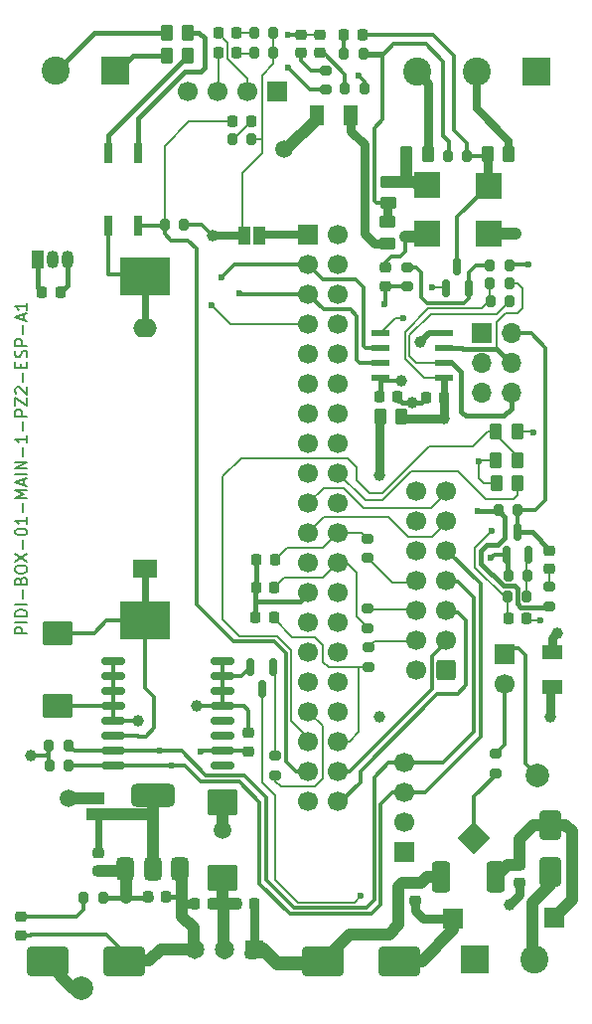
<source format=gbr>
%TF.GenerationSoftware,KiCad,Pcbnew,9.0.6*%
%TF.CreationDate,2025-12-26T20:19:53+00:00*%
%TF.ProjectId,PIDI-BOX-01-MAIN-1-PZ2_ESP-A1,50494449-2d42-44f5-982d-30312d4d4149,01*%
%TF.SameCoordinates,Original*%
%TF.FileFunction,Copper,L1,Top*%
%TF.FilePolarity,Positive*%
%FSLAX46Y46*%
G04 Gerber Fmt 4.6, Leading zero omitted, Abs format (unit mm)*
G04 Created by KiCad (PCBNEW 9.0.6) date 2025-12-26 20:19:53*
%MOMM*%
%LPD*%
G01*
G04 APERTURE LIST*
G04 Aperture macros list*
%AMRoundRect*
0 Rectangle with rounded corners*
0 $1 Rounding radius*
0 $2 $3 $4 $5 $6 $7 $8 $9 X,Y pos of 4 corners*
0 Add a 4 corners polygon primitive as box body*
4,1,4,$2,$3,$4,$5,$6,$7,$8,$9,$2,$3,0*
0 Add four circle primitives for the rounded corners*
1,1,$1+$1,$2,$3*
1,1,$1+$1,$4,$5*
1,1,$1+$1,$6,$7*
1,1,$1+$1,$8,$9*
0 Add four rect primitives between the rounded corners*
20,1,$1+$1,$2,$3,$4,$5,0*
20,1,$1+$1,$4,$5,$6,$7,0*
20,1,$1+$1,$6,$7,$8,$9,0*
20,1,$1+$1,$8,$9,$2,$3,0*%
%AMRotRect*
0 Rectangle, with rotation*
0 The origin of the aperture is its center*
0 $1 length*
0 $2 width*
0 $3 Rotation angle, in degrees counterclockwise*
0 Add horizontal line*
21,1,$1,$2,0,0,$3*%
G04 Aperture macros list end*
%ADD10C,0.200000*%
%TA.AperFunction,NonConductor*%
%ADD11C,0.200000*%
%TD*%
%TA.AperFunction,ComponentPad*%
%ADD12R,2.400000X2.400000*%
%TD*%
%TA.AperFunction,ComponentPad*%
%ADD13C,2.400000*%
%TD*%
%TA.AperFunction,SMDPad,CuDef*%
%ADD14RoundRect,0.225000X-0.250000X0.225000X-0.250000X-0.225000X0.250000X-0.225000X0.250000X0.225000X0*%
%TD*%
%TA.AperFunction,SMDPad,CuDef*%
%ADD15R,4.200000X3.200000*%
%TD*%
%TA.AperFunction,SMDPad,CuDef*%
%ADD16RoundRect,0.200000X0.275000X-0.200000X0.275000X0.200000X-0.275000X0.200000X-0.275000X-0.200000X0*%
%TD*%
%TA.AperFunction,SMDPad,CuDef*%
%ADD17RoundRect,0.200000X-0.200000X-0.275000X0.200000X-0.275000X0.200000X0.275000X-0.200000X0.275000X0*%
%TD*%
%TA.AperFunction,ComponentPad*%
%ADD18R,1.700000X1.700000*%
%TD*%
%TA.AperFunction,ComponentPad*%
%ADD19C,1.700000*%
%TD*%
%TA.AperFunction,SMDPad,CuDef*%
%ADD20RoundRect,0.225000X0.250000X-0.225000X0.250000X0.225000X-0.250000X0.225000X-0.250000X-0.225000X0*%
%TD*%
%TA.AperFunction,SMDPad,CuDef*%
%ADD21R,1.820000X1.160000*%
%TD*%
%TA.AperFunction,SMDPad,CuDef*%
%ADD22RoundRect,0.225000X-0.225000X-0.250000X0.225000X-0.250000X0.225000X0.250000X-0.225000X0.250000X0*%
%TD*%
%TA.AperFunction,SMDPad,CuDef*%
%ADD23RoundRect,0.200000X0.200000X0.275000X-0.200000X0.275000X-0.200000X-0.275000X0.200000X-0.275000X0*%
%TD*%
%TA.AperFunction,SMDPad,CuDef*%
%ADD24RoundRect,0.225000X0.225000X0.250000X-0.225000X0.250000X-0.225000X-0.250000X0.225000X-0.250000X0*%
%TD*%
%TA.AperFunction,SMDPad,CuDef*%
%ADD25RoundRect,0.250000X-0.262500X-0.450000X0.262500X-0.450000X0.262500X0.450000X-0.262500X0.450000X0*%
%TD*%
%TA.AperFunction,SMDPad,CuDef*%
%ADD26RoundRect,0.218750X-0.256250X0.218750X-0.256250X-0.218750X0.256250X-0.218750X0.256250X0.218750X0*%
%TD*%
%TA.AperFunction,ComponentPad*%
%ADD27O,1.700000X1.700000*%
%TD*%
%TA.AperFunction,SMDPad,CuDef*%
%ADD28RoundRect,0.249999X0.512501X1.075001X-0.512501X1.075001X-0.512501X-1.075001X0.512501X-1.075001X0*%
%TD*%
%TA.AperFunction,SMDPad,CuDef*%
%ADD29RoundRect,0.150000X0.150000X-0.587500X0.150000X0.587500X-0.150000X0.587500X-0.150000X-0.587500X0*%
%TD*%
%TA.AperFunction,ComponentPad*%
%ADD30R,1.650000X1.650000*%
%TD*%
%TA.AperFunction,ComponentPad*%
%ADD31C,1.650000*%
%TD*%
%TA.AperFunction,ComponentPad*%
%ADD32RotRect,2.000000X2.000000X45.000000*%
%TD*%
%TA.AperFunction,ComponentPad*%
%ADD33C,2.000000*%
%TD*%
%TA.AperFunction,SMDPad,CuDef*%
%ADD34R,2.260600X2.209800*%
%TD*%
%TA.AperFunction,SMDPad,CuDef*%
%ADD35RoundRect,0.250000X-0.450000X0.262500X-0.450000X-0.262500X0.450000X-0.262500X0.450000X0.262500X0*%
%TD*%
%TA.AperFunction,SMDPad,CuDef*%
%ADD36RoundRect,0.150000X-0.150000X0.587500X-0.150000X-0.587500X0.150000X-0.587500X0.150000X0.587500X0*%
%TD*%
%TA.AperFunction,SMDPad,CuDef*%
%ADD37RoundRect,0.250000X-1.025000X0.875000X-1.025000X-0.875000X1.025000X-0.875000X1.025000X0.875000X0*%
%TD*%
%TA.AperFunction,SMDPad,CuDef*%
%ADD38RoundRect,0.200000X-0.275000X0.200000X-0.275000X-0.200000X0.275000X-0.200000X0.275000X0.200000X0*%
%TD*%
%TA.AperFunction,ComponentPad*%
%ADD39RoundRect,0.250000X0.600000X0.600000X-0.600000X0.600000X-0.600000X-0.600000X0.600000X-0.600000X0*%
%TD*%
%TA.AperFunction,SMDPad,CuDef*%
%ADD40RoundRect,0.218750X-0.218750X-0.256250X0.218750X-0.256250X0.218750X0.256250X-0.218750X0.256250X0*%
%TD*%
%TA.AperFunction,SMDPad,CuDef*%
%ADD41R,1.000000X1.500000*%
%TD*%
%TA.AperFunction,SMDPad,CuDef*%
%ADD42RoundRect,0.250000X0.262500X0.450000X-0.262500X0.450000X-0.262500X-0.450000X0.262500X-0.450000X0*%
%TD*%
%TA.AperFunction,SMDPad,CuDef*%
%ADD43RoundRect,0.218750X0.218750X0.256250X-0.218750X0.256250X-0.218750X-0.256250X0.218750X-0.256250X0*%
%TD*%
%TA.AperFunction,SMDPad,CuDef*%
%ADD44RoundRect,0.250000X1.500000X1.000000X-1.500000X1.000000X-1.500000X-1.000000X1.500000X-1.000000X0*%
%TD*%
%TA.AperFunction,SMDPad,CuDef*%
%ADD45RoundRect,0.375000X0.375000X-0.625000X0.375000X0.625000X-0.375000X0.625000X-0.375000X-0.625000X0*%
%TD*%
%TA.AperFunction,SMDPad,CuDef*%
%ADD46RoundRect,0.500000X1.400000X-0.500000X1.400000X0.500000X-1.400000X0.500000X-1.400000X-0.500000X0*%
%TD*%
%TA.AperFunction,SMDPad,CuDef*%
%ADD47R,1.160000X1.820000*%
%TD*%
%TA.AperFunction,SMDPad,CuDef*%
%ADD48RoundRect,0.250000X-1.045000X0.785000X-1.045000X-0.785000X1.045000X-0.785000X1.045000X0.785000X0*%
%TD*%
%TA.AperFunction,ComponentPad*%
%ADD49R,2.000000X1.600000*%
%TD*%
%TA.AperFunction,ComponentPad*%
%ADD50O,2.000000X1.600000*%
%TD*%
%TA.AperFunction,SMDPad,CuDef*%
%ADD51RoundRect,0.150000X0.875000X0.150000X-0.875000X0.150000X-0.875000X-0.150000X0.875000X-0.150000X0*%
%TD*%
%TA.AperFunction,SMDPad,CuDef*%
%ADD52RoundRect,0.250000X-1.500000X-1.000000X1.500000X-1.000000X1.500000X1.000000X-1.500000X1.000000X0*%
%TD*%
%TA.AperFunction,ComponentPad*%
%ADD53R,1.050000X1.500000*%
%TD*%
%TA.AperFunction,ComponentPad*%
%ADD54O,1.050000X1.500000*%
%TD*%
%TA.AperFunction,SMDPad,CuDef*%
%ADD55RoundRect,0.250000X-0.650000X1.000000X-0.650000X-1.000000X0.650000X-1.000000X0.650000X1.000000X0*%
%TD*%
%TA.AperFunction,SMDPad,CuDef*%
%ADD56R,1.600000X0.600000*%
%TD*%
%TA.AperFunction,SMDPad,CuDef*%
%ADD57R,0.650000X1.750000*%
%TD*%
%TA.AperFunction,SMDPad,CuDef*%
%ADD58R,1.500000X1.000000*%
%TD*%
%TA.AperFunction,ViaPad*%
%ADD59C,1.000000*%
%TD*%
%TA.AperFunction,ViaPad*%
%ADD60C,0.600000*%
%TD*%
%TA.AperFunction,ViaPad*%
%ADD61C,2.000000*%
%TD*%
%TA.AperFunction,ViaPad*%
%ADD62C,1.500000*%
%TD*%
%TA.AperFunction,Conductor*%
%ADD63C,0.500000*%
%TD*%
%TA.AperFunction,Conductor*%
%ADD64C,0.400000*%
%TD*%
%TA.AperFunction,Conductor*%
%ADD65C,0.800000*%
%TD*%
%TA.AperFunction,Conductor*%
%ADD66C,1.000000*%
%TD*%
%TA.AperFunction,Conductor*%
%ADD67C,0.300000*%
%TD*%
%TA.AperFunction,Conductor*%
%ADD68C,0.600000*%
%TD*%
%TA.AperFunction,Conductor*%
%ADD69C,0.200000*%
%TD*%
%TA.AperFunction,Conductor*%
%ADD70C,0.700000*%
%TD*%
%TA.AperFunction,Conductor*%
%ADD71C,1.200000*%
%TD*%
G04 APERTURE END LIST*
D10*
D11*
X42191819Y-113089926D02*
X41191819Y-113089926D01*
X41191819Y-113089926D02*
X41191819Y-112708974D01*
X41191819Y-112708974D02*
X41239438Y-112613736D01*
X41239438Y-112613736D02*
X41287057Y-112566117D01*
X41287057Y-112566117D02*
X41382295Y-112518498D01*
X41382295Y-112518498D02*
X41525152Y-112518498D01*
X41525152Y-112518498D02*
X41620390Y-112566117D01*
X41620390Y-112566117D02*
X41668009Y-112613736D01*
X41668009Y-112613736D02*
X41715628Y-112708974D01*
X41715628Y-112708974D02*
X41715628Y-113089926D01*
X42191819Y-112089926D02*
X41191819Y-112089926D01*
X42191819Y-111613736D02*
X41191819Y-111613736D01*
X41191819Y-111613736D02*
X41191819Y-111375641D01*
X41191819Y-111375641D02*
X41239438Y-111232784D01*
X41239438Y-111232784D02*
X41334676Y-111137546D01*
X41334676Y-111137546D02*
X41429914Y-111089927D01*
X41429914Y-111089927D02*
X41620390Y-111042308D01*
X41620390Y-111042308D02*
X41763247Y-111042308D01*
X41763247Y-111042308D02*
X41953723Y-111089927D01*
X41953723Y-111089927D02*
X42048961Y-111137546D01*
X42048961Y-111137546D02*
X42144200Y-111232784D01*
X42144200Y-111232784D02*
X42191819Y-111375641D01*
X42191819Y-111375641D02*
X42191819Y-111613736D01*
X42191819Y-110613736D02*
X41191819Y-110613736D01*
X41810866Y-110137546D02*
X41810866Y-109375642D01*
X41668009Y-108566118D02*
X41715628Y-108423261D01*
X41715628Y-108423261D02*
X41763247Y-108375642D01*
X41763247Y-108375642D02*
X41858485Y-108328023D01*
X41858485Y-108328023D02*
X42001342Y-108328023D01*
X42001342Y-108328023D02*
X42096580Y-108375642D01*
X42096580Y-108375642D02*
X42144200Y-108423261D01*
X42144200Y-108423261D02*
X42191819Y-108518499D01*
X42191819Y-108518499D02*
X42191819Y-108899451D01*
X42191819Y-108899451D02*
X41191819Y-108899451D01*
X41191819Y-108899451D02*
X41191819Y-108566118D01*
X41191819Y-108566118D02*
X41239438Y-108470880D01*
X41239438Y-108470880D02*
X41287057Y-108423261D01*
X41287057Y-108423261D02*
X41382295Y-108375642D01*
X41382295Y-108375642D02*
X41477533Y-108375642D01*
X41477533Y-108375642D02*
X41572771Y-108423261D01*
X41572771Y-108423261D02*
X41620390Y-108470880D01*
X41620390Y-108470880D02*
X41668009Y-108566118D01*
X41668009Y-108566118D02*
X41668009Y-108899451D01*
X41191819Y-107708975D02*
X41191819Y-107518499D01*
X41191819Y-107518499D02*
X41239438Y-107423261D01*
X41239438Y-107423261D02*
X41334676Y-107328023D01*
X41334676Y-107328023D02*
X41525152Y-107280404D01*
X41525152Y-107280404D02*
X41858485Y-107280404D01*
X41858485Y-107280404D02*
X42048961Y-107328023D01*
X42048961Y-107328023D02*
X42144200Y-107423261D01*
X42144200Y-107423261D02*
X42191819Y-107518499D01*
X42191819Y-107518499D02*
X42191819Y-107708975D01*
X42191819Y-107708975D02*
X42144200Y-107804213D01*
X42144200Y-107804213D02*
X42048961Y-107899451D01*
X42048961Y-107899451D02*
X41858485Y-107947070D01*
X41858485Y-107947070D02*
X41525152Y-107947070D01*
X41525152Y-107947070D02*
X41334676Y-107899451D01*
X41334676Y-107899451D02*
X41239438Y-107804213D01*
X41239438Y-107804213D02*
X41191819Y-107708975D01*
X41191819Y-106947070D02*
X42191819Y-106280404D01*
X41191819Y-106280404D02*
X42191819Y-106947070D01*
X41810866Y-105899451D02*
X41810866Y-105137547D01*
X41191819Y-104470880D02*
X41191819Y-104375642D01*
X41191819Y-104375642D02*
X41239438Y-104280404D01*
X41239438Y-104280404D02*
X41287057Y-104232785D01*
X41287057Y-104232785D02*
X41382295Y-104185166D01*
X41382295Y-104185166D02*
X41572771Y-104137547D01*
X41572771Y-104137547D02*
X41810866Y-104137547D01*
X41810866Y-104137547D02*
X42001342Y-104185166D01*
X42001342Y-104185166D02*
X42096580Y-104232785D01*
X42096580Y-104232785D02*
X42144200Y-104280404D01*
X42144200Y-104280404D02*
X42191819Y-104375642D01*
X42191819Y-104375642D02*
X42191819Y-104470880D01*
X42191819Y-104470880D02*
X42144200Y-104566118D01*
X42144200Y-104566118D02*
X42096580Y-104613737D01*
X42096580Y-104613737D02*
X42001342Y-104661356D01*
X42001342Y-104661356D02*
X41810866Y-104708975D01*
X41810866Y-104708975D02*
X41572771Y-104708975D01*
X41572771Y-104708975D02*
X41382295Y-104661356D01*
X41382295Y-104661356D02*
X41287057Y-104613737D01*
X41287057Y-104613737D02*
X41239438Y-104566118D01*
X41239438Y-104566118D02*
X41191819Y-104470880D01*
X42191819Y-103185166D02*
X42191819Y-103756594D01*
X42191819Y-103470880D02*
X41191819Y-103470880D01*
X41191819Y-103470880D02*
X41334676Y-103566118D01*
X41334676Y-103566118D02*
X41429914Y-103661356D01*
X41429914Y-103661356D02*
X41477533Y-103756594D01*
X41810866Y-102756594D02*
X41810866Y-101994690D01*
X42191819Y-101518499D02*
X41191819Y-101518499D01*
X41191819Y-101518499D02*
X41906104Y-101185166D01*
X41906104Y-101185166D02*
X41191819Y-100851833D01*
X41191819Y-100851833D02*
X42191819Y-100851833D01*
X41906104Y-100423261D02*
X41906104Y-99947071D01*
X42191819Y-100518499D02*
X41191819Y-100185166D01*
X41191819Y-100185166D02*
X42191819Y-99851833D01*
X42191819Y-99518499D02*
X41191819Y-99518499D01*
X42191819Y-99042309D02*
X41191819Y-99042309D01*
X41191819Y-99042309D02*
X42191819Y-98470881D01*
X42191819Y-98470881D02*
X41191819Y-98470881D01*
X41810866Y-97994690D02*
X41810866Y-97232786D01*
X42191819Y-96232786D02*
X42191819Y-96804214D01*
X42191819Y-96518500D02*
X41191819Y-96518500D01*
X41191819Y-96518500D02*
X41334676Y-96613738D01*
X41334676Y-96613738D02*
X41429914Y-96708976D01*
X41429914Y-96708976D02*
X41477533Y-96804214D01*
X41810866Y-95804214D02*
X41810866Y-95042310D01*
X42191819Y-94566119D02*
X41191819Y-94566119D01*
X41191819Y-94566119D02*
X41191819Y-94185167D01*
X41191819Y-94185167D02*
X41239438Y-94089929D01*
X41239438Y-94089929D02*
X41287057Y-94042310D01*
X41287057Y-94042310D02*
X41382295Y-93994691D01*
X41382295Y-93994691D02*
X41525152Y-93994691D01*
X41525152Y-93994691D02*
X41620390Y-94042310D01*
X41620390Y-94042310D02*
X41668009Y-94089929D01*
X41668009Y-94089929D02*
X41715628Y-94185167D01*
X41715628Y-94185167D02*
X41715628Y-94566119D01*
X41191819Y-93661357D02*
X41191819Y-92994691D01*
X41191819Y-92994691D02*
X42191819Y-93661357D01*
X42191819Y-93661357D02*
X42191819Y-92994691D01*
X41287057Y-92661357D02*
X41239438Y-92613738D01*
X41239438Y-92613738D02*
X41191819Y-92518500D01*
X41191819Y-92518500D02*
X41191819Y-92280405D01*
X41191819Y-92280405D02*
X41239438Y-92185167D01*
X41239438Y-92185167D02*
X41287057Y-92137548D01*
X41287057Y-92137548D02*
X41382295Y-92089929D01*
X41382295Y-92089929D02*
X41477533Y-92089929D01*
X41477533Y-92089929D02*
X41620390Y-92137548D01*
X41620390Y-92137548D02*
X42191819Y-92708976D01*
X42191819Y-92708976D02*
X42191819Y-92089929D01*
X41810866Y-91661357D02*
X41810866Y-90899453D01*
X41668009Y-90423262D02*
X41668009Y-90089929D01*
X42191819Y-89947072D02*
X42191819Y-90423262D01*
X42191819Y-90423262D02*
X41191819Y-90423262D01*
X41191819Y-90423262D02*
X41191819Y-89947072D01*
X42144200Y-89566119D02*
X42191819Y-89423262D01*
X42191819Y-89423262D02*
X42191819Y-89185167D01*
X42191819Y-89185167D02*
X42144200Y-89089929D01*
X42144200Y-89089929D02*
X42096580Y-89042310D01*
X42096580Y-89042310D02*
X42001342Y-88994691D01*
X42001342Y-88994691D02*
X41906104Y-88994691D01*
X41906104Y-88994691D02*
X41810866Y-89042310D01*
X41810866Y-89042310D02*
X41763247Y-89089929D01*
X41763247Y-89089929D02*
X41715628Y-89185167D01*
X41715628Y-89185167D02*
X41668009Y-89375643D01*
X41668009Y-89375643D02*
X41620390Y-89470881D01*
X41620390Y-89470881D02*
X41572771Y-89518500D01*
X41572771Y-89518500D02*
X41477533Y-89566119D01*
X41477533Y-89566119D02*
X41382295Y-89566119D01*
X41382295Y-89566119D02*
X41287057Y-89518500D01*
X41287057Y-89518500D02*
X41239438Y-89470881D01*
X41239438Y-89470881D02*
X41191819Y-89375643D01*
X41191819Y-89375643D02*
X41191819Y-89137548D01*
X41191819Y-89137548D02*
X41239438Y-88994691D01*
X42191819Y-88566119D02*
X41191819Y-88566119D01*
X41191819Y-88566119D02*
X41191819Y-88185167D01*
X41191819Y-88185167D02*
X41239438Y-88089929D01*
X41239438Y-88089929D02*
X41287057Y-88042310D01*
X41287057Y-88042310D02*
X41382295Y-87994691D01*
X41382295Y-87994691D02*
X41525152Y-87994691D01*
X41525152Y-87994691D02*
X41620390Y-88042310D01*
X41620390Y-88042310D02*
X41668009Y-88089929D01*
X41668009Y-88089929D02*
X41715628Y-88185167D01*
X41715628Y-88185167D02*
X41715628Y-88566119D01*
X41810866Y-87566119D02*
X41810866Y-86804215D01*
X41906104Y-86375643D02*
X41906104Y-85899453D01*
X42191819Y-86470881D02*
X41191819Y-86137548D01*
X41191819Y-86137548D02*
X42191819Y-85804215D01*
X42191819Y-84947072D02*
X42191819Y-85518500D01*
X42191819Y-85232786D02*
X41191819Y-85232786D01*
X41191819Y-85232786D02*
X41334676Y-85328024D01*
X41334676Y-85328024D02*
X41429914Y-85423262D01*
X41429914Y-85423262D02*
X41477533Y-85518500D01*
D12*
%TO.P,J1,1,1*%
%TO.N,Net-(J1-Pad1)*%
X49729600Y-65159600D03*
D13*
%TO.P,J1,2,2*%
%TO.N,Net-(J1-Pad2)*%
X44649600Y-65159600D03*
%TD*%
D14*
%TO.P,C10,1*%
%TO.N,Net-(JP5-A)*%
X48292200Y-131768400D03*
%TO.P,C10,2*%
%TO.N,GND*%
X48292200Y-133318400D03*
%TD*%
D15*
%TO.P,Bat1,1,+*%
%TO.N,Net-(Bat1-+)*%
X52292322Y-111948400D03*
%TO.P,Bat1,2,-*%
%TO.N,GND*%
X52292322Y-82648400D03*
%TD*%
D16*
%TO.P,R19,1*%
%TO.N,/BUT1*%
X71250000Y-112625000D03*
%TO.P,R19,2*%
%TO.N,Net-(J11-Pin_6)*%
X71250000Y-110975000D03*
%TD*%
D17*
%TO.P,R22,1*%
%TO.N,Net-(LE6-K)*%
X47025000Y-135600000D03*
%TO.P,R22,2*%
%TO.N,GND*%
X48675000Y-135600000D03*
%TD*%
D18*
%TO.P,J13,1,Pin_1*%
%TO.N,+3.3V*%
X74342200Y-131716000D03*
D19*
%TO.P,J13,2,Pin_2*%
%TO.N,GND*%
X74342200Y-129176000D03*
%TO.P,J13,3,Pin_3*%
%TO.N,SCL*%
X74342200Y-126636000D03*
%TO.P,J13,4,Pin_4*%
%TO.N,SDA*%
X74342200Y-124096000D03*
%TD*%
D20*
%TO.P,C15,1*%
%TO.N,+3.3V*%
X61092200Y-123118400D03*
%TO.P,C15,2*%
%TO.N,GND*%
X61092200Y-121568400D03*
%TD*%
D21*
%TO.P,F1,1,1*%
%TO.N,Net-(J9-Pin_1)*%
X86926200Y-114672600D03*
%TO.P,F1,2,2*%
%TO.N,+5V*%
X86926200Y-117622600D03*
%TD*%
D22*
%TO.P,C18,1*%
%TO.N,Net-(C18-Pad1)*%
X83204800Y-111827800D03*
%TO.P,C18,2*%
%TO.N,GND*%
X84754800Y-111827800D03*
%TD*%
D23*
%TO.P,R27,1*%
%TO.N,Net-(Q3-S)*%
X84804800Y-109948200D03*
%TO.P,R27,2*%
%TO.N,Net-(C18-Pad1)*%
X83154800Y-109948200D03*
%TD*%
D17*
%TO.P,R3,1*%
%TO.N,Net-(LE2-A)*%
X61564800Y-61950000D03*
%TO.P,R3,2*%
%TO.N,+3.3V*%
X63214800Y-61950000D03*
%TD*%
D24*
%TO.P,C7,1*%
%TO.N,+3.3V*%
X45029200Y-83989400D03*
%TO.P,C7,2*%
%TO.N,GND*%
X43479200Y-83989400D03*
%TD*%
D25*
%TO.P,R1,1*%
%TO.N,Net-(J1-Pad2)*%
X54087500Y-61900000D03*
%TO.P,R1,2*%
%TO.N,Net-(IC1-Pad1)*%
X55912500Y-61900000D03*
%TD*%
D23*
%TO.P,R31,1*%
%TO.N,Net-(J9-Pin_4)*%
X83294000Y-83252800D03*
%TO.P,R31,2*%
%TO.N,Net-(U1-VCC(A))*%
X81644000Y-83252800D03*
%TD*%
D26*
%TO.P,LE3,1,K*%
%TO.N,GND*%
X67165000Y-62078500D03*
%TO.P,LE3,2,A*%
%TO.N,Net-(LE3-A)*%
X67165000Y-63653500D03*
%TD*%
D18*
%TO.P,J9,1,Pin_1*%
%TO.N,Net-(J9-Pin_1)*%
X80930200Y-87523400D03*
D27*
%TO.P,J9,2,Pin_2*%
%TO.N,Net-(J9-Pin_2)*%
X83470200Y-87523400D03*
%TO.P,J9,3,Pin_3*%
%TO.N,GND*%
X80930200Y-90063400D03*
%TO.P,J9,4,Pin_4*%
%TO.N,Net-(J9-Pin_4)*%
X83470200Y-90063400D03*
%TO.P,J9,5,Pin_5*%
%TO.N,GND*%
X80930200Y-92603400D03*
%TO.P,J9,6,Pin_6*%
%TO.N,Net-(J9-Pin_6)*%
X83470200Y-92603400D03*
%TD*%
D16*
%TO.P,R24,1*%
%TO.N,PWM*%
X63342200Y-125168400D03*
%TO.P,R24,2*%
%TO.N,Net-(Q2-B)*%
X63342200Y-123518400D03*
%TD*%
D22*
%TO.P,C1,1*%
%TO.N,+3.3V*%
X72232000Y-92925000D03*
%TO.P,C1,2*%
%TO.N,GND*%
X73782000Y-92925000D03*
%TD*%
D23*
%TO.P,R15,1*%
%TO.N,Net-(LE5-K)*%
X79699400Y-72432400D03*
%TO.P,R15,2*%
%TO.N,Net-(R11-Pad2)*%
X78049400Y-72432400D03*
%TD*%
D28*
%TO.P,FB1,1*%
%TO.N,Net-(D1-K)*%
X82151700Y-133798800D03*
%TO.P,FB1,2*%
%TO.N,Net-(U3-+VIN)*%
X77476700Y-133798800D03*
%TD*%
D14*
%TO.P,C14,1*%
%TO.N,Net-(D1-K)*%
X84183000Y-132782200D03*
%TO.P,C14,2*%
%TO.N,GND*%
X84183000Y-134332200D03*
%TD*%
D29*
%TO.P,Q3,1,G*%
%TO.N,+3.3V*%
X83045000Y-106341400D03*
%TO.P,Q3,2,S*%
%TO.N,Net-(Q3-S)*%
X84945000Y-106341400D03*
%TO.P,Q3,3,D*%
%TO.N,Net-(J9-Pin_2)*%
X83995000Y-104466400D03*
%TD*%
D30*
%TO.P,U3,1,+VIN*%
%TO.N,Net-(U3-+VIN)*%
X61525600Y-139950000D03*
D31*
%TO.P,U3,2,GND*%
%TO.N,GND*%
X58985600Y-139950000D03*
%TO.P,U3,3,+VOUT*%
%TO.N,+5V*%
X56445600Y-139950000D03*
%TD*%
D32*
%TO.P,BZ1,1,+*%
%TO.N,+5V*%
X80302194Y-130516806D03*
D33*
%TO.P,BZ1,2,-*%
%TO.N,Net-(BZ1--)*%
X85676206Y-125142794D03*
%TD*%
D34*
%TO.P,CR2,1,1*%
%TO.N,GND*%
X76283600Y-78998300D03*
%TO.P,CR2,2,2*%
%TO.N,Net-(CR2-Pad2)*%
X76283600Y-74908900D03*
%TD*%
D16*
%TO.P,R16,1*%
%TO.N,/BUT3*%
X71300000Y-115925000D03*
%TO.P,R16,2*%
%TO.N,Net-(J11-Pin_4)*%
X71300000Y-114275000D03*
%TD*%
D22*
%TO.P,C12,1*%
%TO.N,+5V*%
X56490400Y-136098000D03*
%TO.P,C12,2*%
%TO.N,GND*%
X58040400Y-136098000D03*
%TD*%
D35*
%TO.P,R11,1*%
%TO.N,Net-(CR2-Pad2)*%
X72956200Y-74593300D03*
%TO.P,R11,2*%
%TO.N,Net-(R11-Pad2)*%
X72956200Y-76418300D03*
%TD*%
D36*
%TO.P,Q2,1,B*%
%TO.N,Net-(Q2-B)*%
X63151800Y-115968000D03*
%TO.P,Q2,2,E*%
%TO.N,GND*%
X61251800Y-115968000D03*
%TO.P,Q2,3,C*%
%TO.N,Net-(BZ1--)*%
X62201800Y-117843000D03*
%TD*%
D35*
%TO.P,R12,1*%
%TO.N,Net-(R11-Pad2)*%
X72905400Y-78047700D03*
%TO.P,R12,2*%
%TO.N,Net-(F2-Pad2)*%
X72905400Y-79872700D03*
%TD*%
D24*
%TO.P,C2,1*%
%TO.N,Net-(U1-VCC(A))*%
X77769800Y-92981000D03*
%TO.P,C2,2*%
%TO.N,GND*%
X76219800Y-92981000D03*
%TD*%
D14*
%TO.P,C19,1*%
%TO.N,Net-(U3-+VIN)*%
X75248600Y-134294600D03*
%TO.P,C19,2*%
%TO.N,GND*%
X75248600Y-135844600D03*
%TD*%
D17*
%TO.P,R6,1*%
%TO.N,Net-(LE3-A)*%
X69311800Y-66692000D03*
%TO.P,R6,2*%
%TO.N,Net-(J3-GPIO6)*%
X70961800Y-66692000D03*
%TD*%
D37*
%TO.P,C9,1*%
%TO.N,+3.3V*%
X58891000Y-127462000D03*
%TO.P,C9,2*%
%TO.N,GND*%
X58891000Y-133862000D03*
%TD*%
D18*
%TO.P,J5,1,Pin_1*%
%TO.N,GND*%
X63520000Y-66900000D03*
D19*
%TO.P,J5,2,Pin_2*%
%TO.N,Net-(J3-TXD0_GPIO14)*%
X60980000Y-66900000D03*
%TO.P,J5,3,Pin_3*%
%TO.N,Net-(J3-RXD0_GPIO15)*%
X58440000Y-66900000D03*
%TO.P,J5,4,Pin_4*%
%TO.N,+3.3V*%
X55900000Y-66900000D03*
%TD*%
D17*
%TO.P,R7,1*%
%TO.N,Net-(LE1-A)*%
X61564800Y-63600000D03*
%TO.P,R7,2*%
%TO.N,+3.3V*%
X63214800Y-63600000D03*
%TD*%
D38*
%TO.P,R14,1*%
%TO.N,Net-(Q1-S)*%
X74581800Y-81894400D03*
%TO.P,R14,2*%
%TO.N,1_WIRE_io4*%
X74581800Y-83544400D03*
%TD*%
D39*
%TO.P,J11,1,Pin_1*%
%TO.N,GND*%
X77934600Y-116222000D03*
D19*
%TO.P,J11,2,Pin_2*%
X75394600Y-116222000D03*
%TO.P,J11,3,Pin_3*%
%TO.N,/G20LE3*%
X77934600Y-113682000D03*
%TO.P,J11,4,Pin_4*%
%TO.N,Net-(J11-Pin_4)*%
X75394600Y-113682000D03*
%TO.P,J11,5,Pin_5*%
%TO.N,/G21LE7*%
X77934600Y-111142000D03*
%TO.P,J11,6,Pin_6*%
%TO.N,Net-(J11-Pin_6)*%
X75394600Y-111142000D03*
%TO.P,J11,7,Pin_7*%
%TO.N,SDA*%
X77934600Y-108602000D03*
%TO.P,J11,8,Pin_8*%
%TO.N,Net-(J11-Pin_8)*%
X75394600Y-108602000D03*
%TO.P,J11,9,Pin_9*%
%TO.N,SCL*%
X77934600Y-106062000D03*
%TO.P,J11,10,Pin_10*%
%TO.N,+3.3V*%
X75394600Y-106062000D03*
%TO.P,J11,11,Pin_11*%
%TO.N,G9LE4*%
X77934600Y-103522000D03*
%TO.P,J11,12,Pin_12*%
%TO.N,G17LE1*%
X75394600Y-103522000D03*
%TO.P,J11,13,Pin_13*%
%TO.N,G10LE2*%
X77934600Y-100982000D03*
%TO.P,J11,14,Pin_14*%
%TO.N,+5V*%
X75394600Y-100982000D03*
%TD*%
D18*
%TO.P,J3,1,3V3_1*%
%TO.N,Net-(J3-3V3_1)*%
X66149600Y-79089600D03*
D19*
%TO.P,J3,2,5V_1*%
%TO.N,+5V*%
X68689600Y-79089600D03*
%TO.P,J3,3,GPIO2_SDA*%
%TO.N,SDA*%
X66149600Y-81629600D03*
%TO.P,J3,4,5V_2*%
%TO.N,+5V*%
X68689600Y-81629600D03*
%TO.P,J3,5,GPIO3_SCL*%
%TO.N,SCL*%
X66149600Y-84169600D03*
%TO.P,J3,6,GND_8*%
%TO.N,unconnected-(J3-GND_8-Pad6)*%
X68689600Y-84169600D03*
%TO.P,J3,7,GPIO4_GPCKL0*%
%TO.N,1_WIRE_io4*%
X66149600Y-86709600D03*
%TO.P,J3,8,TXD0_GPIO14*%
%TO.N,Net-(J3-TXD0_GPIO14)*%
X68689600Y-86709600D03*
%TO.P,J3,9,GND_1*%
%TO.N,GND*%
X66149600Y-89249600D03*
%TO.P,J3,10,RXD0_GPIO15*%
%TO.N,Net-(J3-RXD0_GPIO15)*%
X68689600Y-89249600D03*
%TO.P,J3,11,GPIO17_GEN0*%
%TO.N,G17LE1*%
X66149600Y-91789600D03*
%TO.P,J3,12,GPIO18*%
%TO.N,unconnected-(J3-GPIO18-Pad12)*%
X68689600Y-91789600D03*
%TO.P,J3,13,GPIO27_GEN2*%
%TO.N,unconnected-(J3-GPIO27_GEN2-Pad13)*%
X66149600Y-94329600D03*
%TO.P,J3,14,GND_4*%
%TO.N,GND*%
X68689600Y-94329600D03*
%TO.P,J3,15,GPIO22_GEN3*%
%TO.N,unconnected-(J3-GPIO22_GEN3-Pad15)*%
X66149600Y-96869600D03*
%TO.P,J3,16,GEN4_GPIO23*%
%TO.N,unconnected-(J3-GEN4_GPIO23-Pad16)*%
X68689600Y-96869600D03*
%TO.P,J3,17,3V3_2*%
%TO.N,unconnected-(J3-3V3_2-Pad17)*%
X66149600Y-99409600D03*
%TO.P,J3,18,GEN5_GPIO24*%
%TO.N,I2C_SIG1*%
X68689600Y-99409600D03*
%TO.P,J3,19,GPIO10_MOSI*%
%TO.N,G10LE2*%
X66149600Y-101949600D03*
%TO.P,J3,20,GND_5*%
%TO.N,GND*%
X68689600Y-101949600D03*
%TO.P,J3,21,GPIO9_MISO*%
%TO.N,G9LE4*%
X66149600Y-104489600D03*
%TO.P,J3,22,GEN_6GPIO25*%
%TO.N,/BUT2*%
X68689600Y-104489600D03*
%TO.P,J3,23,GPIO11_SCLK*%
%TO.N,unconnected-(J3-GPIO11_SCLK-Pad23)*%
X66149600Y-107029600D03*
%TO.P,J3,24,~{CE0}_GPIO8*%
%TO.N,/BUT1*%
X68689600Y-107029600D03*
%TO.P,J3,25,GND_2*%
%TO.N,GND*%
X66149600Y-109569600D03*
%TO.P,J3,26,~{CE1}_GPIO7*%
%TO.N,unconnected-(J3-~{CE1}_GPIO7-Pad26)*%
X68689600Y-109569600D03*
%TO.P,J3,27,ID_SD*%
%TO.N,unconnected-(J3-ID_SD-Pad27)*%
X66149600Y-112109600D03*
%TO.P,J3,28,ID_SC*%
%TO.N,unconnected-(J3-ID_SC-Pad28)*%
X68689600Y-112109600D03*
%TO.P,J3,29,GPIO5*%
%TO.N,Net-(J3-GPIO5)*%
X66149600Y-114649600D03*
%TO.P,J3,30,GND_6*%
%TO.N,unconnected-(J3-GND_6-Pad30)*%
X68689600Y-114649600D03*
%TO.P,J3,31,GPIO6*%
%TO.N,Net-(J3-GPIO6)*%
X66149600Y-117189600D03*
%TO.P,J3,32,GPIO12*%
%TO.N,unconnected-(J3-GPIO12-Pad32)*%
X68689600Y-117189600D03*
%TO.P,J3,33,GPIO13*%
%TO.N,PWM*%
X66149600Y-119729600D03*
%TO.P,J3,34,GND_7*%
%TO.N,GND*%
X68689600Y-119729600D03*
%TO.P,J3,35,GPIO19*%
%TO.N,EN_I2C*%
X66149600Y-122269600D03*
%TO.P,J3,36,GPIO16*%
%TO.N,/BUT3*%
X68689600Y-122269600D03*
%TO.P,J3,37,GPIO26*%
%TO.N,OPTO_IN*%
X66149600Y-124809600D03*
%TO.P,J3,38,GPIO20*%
%TO.N,/G20LE3*%
X68689600Y-124809600D03*
%TO.P,J3,39,GND_3*%
%TO.N,GND*%
X66149600Y-127349600D03*
%TO.P,J3,40,GPIO21*%
%TO.N,/G21LE7*%
X68689600Y-127349600D03*
%TD*%
D38*
%TO.P,R8,1*%
%TO.N,Net-(LE4-A)*%
X67647600Y-65105000D03*
%TO.P,R8,2*%
%TO.N,Net-(J3-GPIO5)*%
X67647600Y-66755000D03*
%TD*%
D24*
%TO.P,C11,1*%
%TO.N,+5V*%
X54025000Y-135500600D03*
%TO.P,C11,2*%
%TO.N,GND*%
X52475000Y-135500600D03*
%TD*%
D25*
%TO.P,R2,1*%
%TO.N,Net-(J1-Pad1)*%
X54087500Y-63850000D03*
%TO.P,R2,2*%
%TO.N,Net-(IC1-Pad2)*%
X55912500Y-63850000D03*
%TD*%
D23*
%TO.P,R26,1*%
%TO.N,Net-(J9-Pin_2)*%
X84017400Y-102582200D03*
%TO.P,R26,2*%
%TO.N,Net-(U1-VCC(A))*%
X82367400Y-102582200D03*
%TD*%
D26*
%TO.P,LE4,1,K*%
%TO.N,GND*%
X65515000Y-62078500D03*
%TO.P,LE4,2,A*%
%TO.N,Net-(LE4-A)*%
X65515000Y-63653500D03*
%TD*%
D18*
%TO.P,J12,1,Pin_1*%
%TO.N,Net-(BZ1--)*%
X82862200Y-114845400D03*
D19*
%TO.P,J12,2,Pin_2*%
%TO.N,Net-(J12-Pin_2)*%
X82862200Y-117385400D03*
%TD*%
D29*
%TO.P,Q1,1,G*%
%TO.N,+3.3V*%
X77924400Y-83654600D03*
%TO.P,Q1,2,S*%
%TO.N,Net-(Q1-S)*%
X79824400Y-83654600D03*
%TO.P,Q1,3,D*%
%TO.N,Net-(LE5-K)*%
X78874400Y-81779600D03*
%TD*%
D24*
%TO.P,C8,1*%
%TO.N,/BUT3*%
X63217200Y-111693400D03*
%TO.P,C8,2*%
%TO.N,GND*%
X61667200Y-111693400D03*
%TD*%
D40*
%TO.P,LE2,1,K*%
%TO.N,Net-(J3-TXD0_GPIO14)*%
X58475000Y-61950000D03*
%TO.P,LE2,2,A*%
%TO.N,Net-(LE2-A)*%
X60050000Y-61950000D03*
%TD*%
D41*
%TO.P,JP1,1,A*%
%TO.N,+3.3V*%
X60700000Y-79200000D03*
%TO.P,JP1,2,B*%
%TO.N,Net-(J3-3V3_1)*%
X62000000Y-79200000D03*
%TD*%
D42*
%TO.P,R5,1*%
%TO.N,/1-Wire +5V*%
X76383300Y-72229200D03*
%TO.P,R5,2*%
%TO.N,Net-(CR2-Pad2)*%
X74558300Y-72229200D03*
%TD*%
D24*
%TO.P,C6,1*%
%TO.N,/BUT1*%
X63267200Y-109193400D03*
%TO.P,C6,2*%
%TO.N,GND*%
X61717200Y-109193400D03*
%TD*%
D43*
%TO.P,LE5,1,K*%
%TO.N,Net-(LE5-K)*%
X70779700Y-62093400D03*
%TO.P,LE5,2,A*%
%TO.N,Net-(LE5-A)*%
X69204700Y-62093400D03*
%TD*%
D44*
%TO.P,C13,1*%
%TO.N,+5V*%
X50485900Y-141037800D03*
%TO.P,C13,2*%
%TO.N,GND*%
X43985900Y-141037800D03*
%TD*%
D25*
%TO.P,JP3,1*%
%TO.N,Net-(C18-Pad1)*%
X82180200Y-98315000D03*
%TO.P,JP3,2*%
%TO.N,EN_I2C*%
X84005200Y-98315000D03*
%TD*%
D17*
%TO.P,R29,1*%
%TO.N,Net-(LE8-A)*%
X59675000Y-71000000D03*
%TO.P,R29,2*%
%TO.N,+3.3V*%
X61325000Y-71000000D03*
%TD*%
D23*
%TO.P,R13,1*%
%TO.N,+3.3V*%
X83294000Y-81703400D03*
%TO.P,R13,2*%
%TO.N,Net-(Q1-S)*%
X81644000Y-81703400D03*
%TD*%
D38*
%TO.P,R20,1*%
%TO.N,Net-(J12-Pin_2)*%
X82125600Y-123309600D03*
%TO.P,R20,2*%
%TO.N,+5V*%
X82125600Y-124959600D03*
%TD*%
D45*
%TO.P,U5,1,GND*%
%TO.N,GND*%
X50592200Y-133143400D03*
%TO.P,U5,2,VO*%
%TO.N,Net-(JP5-A)*%
X52892200Y-133143400D03*
D46*
X52892200Y-126843400D03*
D45*
%TO.P,U5,3,VI*%
%TO.N,+5V*%
X55192200Y-133143400D03*
%TD*%
D17*
%TO.P,R4,1*%
%TO.N,Net-(LE5-A)*%
X69217200Y-63743400D03*
%TO.P,R4,2*%
%TO.N,Net-(R11-Pad2)*%
X70867200Y-63743400D03*
%TD*%
D47*
%TO.P,F2,1,1*%
%TO.N,+5V*%
X66858400Y-68978000D03*
%TO.P,F2,2,2*%
%TO.N,Net-(F2-Pad2)*%
X69808400Y-68978000D03*
%TD*%
D42*
%TO.P,JP4,1*%
%TO.N,Net-(U1-EN)*%
X83980800Y-95907800D03*
%TO.P,JP4,2*%
%TO.N,EN_I2C*%
X82155800Y-95907800D03*
%TD*%
D23*
%TO.P,R21,1*%
%TO.N,SCL*%
X45767200Y-124293400D03*
%TO.P,R21,2*%
%TO.N,+3.3V*%
X44117200Y-124293400D03*
%TD*%
D24*
%TO.P,C16,1*%
%TO.N,Net-(U3-+VIN)*%
X61571000Y-136123400D03*
%TO.P,C16,2*%
%TO.N,GND*%
X60021000Y-136123400D03*
%TD*%
D48*
%TO.P,C4,1*%
%TO.N,Net-(Bat1-+)*%
X44842200Y-113023400D03*
%TO.P,C4,2*%
%TO.N,GND*%
X44842200Y-119263400D03*
%TD*%
D12*
%TO.P,J14,1,1*%
%TO.N,GND*%
X80332200Y-140823400D03*
D13*
%TO.P,J14,2,2*%
%TO.N,Net-(D1-A)*%
X85412200Y-140823400D03*
%TD*%
D18*
%TO.P,J4,1,Pin_1*%
%TO.N,Net-(D1-K)*%
X87135800Y-137266400D03*
%TD*%
D42*
%TO.P,R10,1*%
%TO.N,/1-Wire DATA*%
X83266700Y-72280000D03*
%TO.P,R10,2*%
%TO.N,Net-(LE5-K)*%
X81441700Y-72280000D03*
%TD*%
D38*
%TO.P,R28,1*%
%TO.N,Net-(LE7-A)*%
X86723000Y-109097700D03*
%TO.P,R28,2*%
%TO.N,Net-(U1-VCC(A))*%
X86723000Y-110747700D03*
%TD*%
D18*
%TO.P,J8,1,Pin_1*%
%TO.N,GND*%
X78525200Y-137368000D03*
%TD*%
D25*
%TO.P,JP2,1*%
%TO.N,Net-(C18-Pad1)*%
X82183300Y-100257400D03*
%TO.P,JP2,2*%
%TO.N,I2C_SIG1*%
X84008300Y-100257400D03*
%TD*%
D49*
%TO.P,REF\u002A\u002A,1*%
%TO.N,Net-(Bat1-+)*%
X52249878Y-107595000D03*
D50*
%TO.P,REF\u002A\u002A,2*%
%TO.N,GND*%
X52249878Y-87095000D03*
%TD*%
D17*
%TO.P,R25,1*%
%TO.N,+3.3V*%
X83205600Y-108119400D03*
%TO.P,R25,2*%
%TO.N,Net-(Q3-S)*%
X84855600Y-108119400D03*
%TD*%
D40*
%TO.P,LE1,1,K*%
%TO.N,Net-(J3-RXD0_GPIO15)*%
X58475000Y-63600000D03*
%TO.P,LE1,2,A*%
%TO.N,Net-(LE1-A)*%
X60050000Y-63600000D03*
%TD*%
D51*
%TO.P,U2,1,32KHZ*%
%TO.N,unconnected-(U2-32KHZ-Pad1)*%
X58842200Y-124363400D03*
%TO.P,U2,2,VCC*%
%TO.N,+3.3V*%
X58842200Y-123093400D03*
%TO.P,U2,3,~{INT}/SQW*%
%TO.N,unconnected-(U2-~{INT}{slash}SQW-Pad3)*%
X58842200Y-121823400D03*
%TO.P,U2,4,~{RST}*%
%TO.N,unconnected-(U2-~{RST}-Pad4)*%
X58842200Y-120553400D03*
%TO.P,U2,5,GND*%
%TO.N,GND*%
X58842200Y-119283400D03*
%TO.P,U2,6,GND*%
X58842200Y-118013400D03*
%TO.P,U2,7,GND*%
X58842200Y-116743400D03*
%TO.P,U2,8,GND*%
X58842200Y-115473400D03*
%TO.P,U2,9,GND*%
X49542200Y-115473400D03*
%TO.P,U2,10,GND*%
X49542200Y-116743400D03*
%TO.P,U2,11,GND*%
X49542200Y-118013400D03*
%TO.P,U2,12,GND*%
X49542200Y-119283400D03*
%TO.P,U2,13,GND*%
X49542200Y-120553400D03*
%TO.P,U2,14,VBAT*%
%TO.N,Net-(Bat1-+)*%
X49542200Y-121823400D03*
%TO.P,U2,15,SDA*%
%TO.N,SDA*%
X49542200Y-123093400D03*
%TO.P,U2,16,SCL*%
%TO.N,SCL*%
X49542200Y-124363400D03*
%TD*%
D42*
%TO.P,R18,1*%
%TO.N,Net-(U1-VCC(A))*%
X74112500Y-94600000D03*
%TO.P,R18,2*%
%TO.N,+5V*%
X72287500Y-94600000D03*
%TD*%
D20*
%TO.P,C3,1*%
%TO.N,1_WIRE_io4*%
X72753000Y-83494400D03*
%TO.P,C3,2*%
%TO.N,GND*%
X72753000Y-81944400D03*
%TD*%
D24*
%TO.P,C5,1*%
%TO.N,/BUT2*%
X63317200Y-106793400D03*
%TO.P,C5,2*%
%TO.N,GND*%
X61767200Y-106793400D03*
%TD*%
D52*
%TO.P,C17,1*%
%TO.N,Net-(U3-+VIN)*%
X67400000Y-141000000D03*
%TO.P,C17,2*%
%TO.N,GND*%
X73900000Y-141000000D03*
%TD*%
D23*
%TO.P,R30,1*%
%TO.N,Net-(J9-Pin_6)*%
X83332600Y-84776800D03*
%TO.P,R30,2*%
%TO.N,Net-(U1-VCC(A))*%
X81682600Y-84776800D03*
%TD*%
D34*
%TO.P,CR1,1,1*%
%TO.N,GND*%
X81541400Y-79049100D03*
%TO.P,CR1,2,2*%
%TO.N,Net-(LE5-K)*%
X81541400Y-74959700D03*
%TD*%
D53*
%TO.P,U4,1,GND*%
%TO.N,GND*%
X43085800Y-81246200D03*
D54*
%TO.P,U4,2,DQ*%
%TO.N,1_WIRE_io4*%
X44355800Y-81246200D03*
%TO.P,U4,3,V_{DD}*%
%TO.N,+3.3V*%
X45625800Y-81246200D03*
%TD*%
D38*
%TO.P,R17,1*%
%TO.N,/BUT2*%
X71250000Y-105008400D03*
%TO.P,R17,2*%
%TO.N,Net-(J11-Pin_8)*%
X71250000Y-106658400D03*
%TD*%
D26*
%TO.P,LE7,1,K*%
%TO.N,Net-(J9-Pin_2)*%
X86723000Y-106011100D03*
%TO.P,LE7,2,A*%
%TO.N,Net-(LE7-A)*%
X86723000Y-107586100D03*
%TD*%
D40*
%TO.P,LE8,1,K*%
%TO.N,OPTO_IN*%
X59712500Y-69500000D03*
%TO.P,LE8,2,A*%
%TO.N,Net-(LE8-A)*%
X61287500Y-69500000D03*
%TD*%
D55*
%TO.P,D1,1,K*%
%TO.N,Net-(D1-K)*%
X86800000Y-129375000D03*
%TO.P,D1,2,A*%
%TO.N,Net-(D1-A)*%
X86800000Y-133375000D03*
%TD*%
D56*
%TO.P,U1,1,VCC(A)*%
%TO.N,Net-(U1-VCC(A))*%
X77713600Y-91279200D03*
%TO.P,U1,2,SCLA*%
%TO.N,Net-(J9-Pin_6)*%
X77713600Y-90009200D03*
%TO.P,U1,3,SDAA*%
%TO.N,Net-(J9-Pin_4)*%
X77713600Y-88739200D03*
%TO.P,U1,4,GND*%
%TO.N,GND*%
X77713600Y-87469200D03*
%TO.P,U1,5,EN*%
%TO.N,Net-(U1-EN)*%
X72313600Y-87469200D03*
%TO.P,U1,6,SDAB*%
%TO.N,SDA*%
X72313600Y-88739200D03*
%TO.P,U1,7,SCLB*%
%TO.N,SCL*%
X72313600Y-90009200D03*
%TO.P,U1,8,VCC(B)*%
%TO.N,+3.3V*%
X72313600Y-91279200D03*
%TD*%
D17*
%TO.P,R9,1*%
%TO.N,OPTO_IN*%
X53917200Y-78293400D03*
%TO.P,R9,2*%
%TO.N,+3.3V*%
X55567200Y-78293400D03*
%TD*%
D57*
%TO.P,IC1,1*%
%TO.N,Net-(IC1-Pad1)*%
X51662200Y-72168400D03*
%TO.P,IC1,2*%
%TO.N,Net-(IC1-Pad2)*%
X49122200Y-72168400D03*
%TO.P,IC1,3,E*%
%TO.N,GND*%
X49122200Y-78318400D03*
%TO.P,IC1,4,C*%
%TO.N,OPTO_IN*%
X51662200Y-78318400D03*
%TD*%
D26*
%TO.P,LE6,1,K*%
%TO.N,Net-(LE6-K)*%
X41650000Y-137212500D03*
%TO.P,LE6,2,A*%
%TO.N,+5V*%
X41650000Y-138787500D03*
%TD*%
D58*
%TO.P,JP5,1,A*%
%TO.N,Net-(JP5-A)*%
X47992200Y-128443400D03*
%TO.P,JP5,2,B*%
%TO.N,+3.3V*%
X47992200Y-127143400D03*
%TD*%
D23*
%TO.P,R23,1*%
%TO.N,SDA*%
X45717200Y-122593400D03*
%TO.P,R23,2*%
%TO.N,+3.3V*%
X44067200Y-122593400D03*
%TD*%
D12*
%TO.P,J2,1,1*%
%TO.N,GND*%
X85575400Y-65184800D03*
D13*
%TO.P,J2,2,2*%
%TO.N,/1-Wire DATA*%
X80495400Y-65184800D03*
%TO.P,J2,3,3*%
%TO.N,/1-Wire +5V*%
X75415400Y-65184800D03*
%TD*%
D59*
%TO.N,GND*%
X50661400Y-134599400D03*
X56624000Y-119270000D03*
X83827400Y-79049100D03*
X51692200Y-120493400D03*
D60*
X64447200Y-62094600D03*
D59*
X75724800Y-88231200D03*
X83300400Y-136174200D03*
D61*
X46849600Y-143259600D03*
D60*
X85910200Y-111980200D03*
D59*
X50650000Y-135602200D03*
X75013600Y-93429000D03*
X74454800Y-79265000D03*
D62*
%TO.N,+5V*%
X64091600Y-71848200D03*
D59*
X72192200Y-99585000D03*
X72192200Y-120184400D03*
X86824600Y-120209800D03*
%TO.N,+3.3V*%
X58009800Y-79200000D03*
D60*
X76718200Y-83633800D03*
X57005000Y-123105400D03*
X81744600Y-106646200D03*
D62*
X58892200Y-129849600D03*
D60*
X84958200Y-81652600D03*
D59*
X42492200Y-123443400D03*
X74113600Y-91529000D03*
D62*
X45742200Y-127143400D03*
D60*
%TO.N,1_WIRE_io4*%
X72651400Y-85056200D03*
X57919400Y-85107000D03*
%TO.N,Net-(U1-EN)*%
X85381600Y-95933200D03*
X74222700Y-86199200D03*
%TO.N,SCL*%
X60256200Y-84141800D03*
X54541200Y-124363400D03*
%TO.N,Net-(BZ1--)*%
X70650000Y-135400000D03*
%TO.N,SDA*%
X58808400Y-82719400D03*
X53488070Y-123018977D03*
D59*
%TO.N,Net-(J9-Pin_1)*%
X87383400Y-113047000D03*
D60*
%TO.N,Net-(C18-Pad1)*%
X80677800Y-98391200D03*
X81795400Y-104309400D03*
%TO.N,Net-(U1-VCC(A))*%
X80652400Y-102633000D03*
D59*
X77738600Y-94784400D03*
D60*
%TO.N,Net-(J3-GPIO6)*%
X70426600Y-65574400D03*
%TO.N,Net-(J3-GPIO5)*%
X64447200Y-64863200D03*
%TD*%
D63*
%TO.N,GND*%
X75724800Y-88231200D02*
X76486800Y-87469200D01*
D64*
X43085800Y-83596000D02*
X43479200Y-83989400D01*
D65*
X75985200Y-137368000D02*
X75293200Y-136676000D01*
D66*
X48292200Y-133318400D02*
X49142200Y-133318400D01*
D67*
X60476400Y-116743400D02*
X61251800Y-115968000D01*
D66*
X78525200Y-138307800D02*
X75833000Y-141000000D01*
D64*
X76219800Y-92981000D02*
X75771800Y-93429000D01*
D68*
X52292200Y-82648522D02*
X52292322Y-82648400D01*
D65*
X75293200Y-136676000D02*
X75293200Y-135863200D01*
D64*
X50700800Y-135551400D02*
X52775600Y-135551400D01*
D67*
X44842200Y-119255900D02*
X49514700Y-119255900D01*
D66*
X75833000Y-141000000D02*
X73900000Y-141000000D01*
D69*
X85910200Y-111980200D02*
X85859400Y-111929400D01*
D66*
X58891000Y-133862000D02*
X58891000Y-136098000D01*
D67*
X49542200Y-119283400D02*
X49542200Y-118013400D01*
D69*
X50417200Y-133318400D02*
X50592200Y-133143400D01*
D66*
X50650000Y-133201200D02*
X50592200Y-133143400D01*
D64*
X50650000Y-135602200D02*
X50700800Y-135551400D01*
D69*
X58891000Y-134342200D02*
X58892200Y-134343400D01*
D64*
X61667200Y-111693400D02*
X61667200Y-110343400D01*
D67*
X58842200Y-119283400D02*
X60682200Y-119283400D01*
X74454800Y-80585800D02*
X74454800Y-79265000D01*
D64*
X73832800Y-93209600D02*
X73782000Y-93158800D01*
D67*
X49092200Y-82442200D02*
X49092200Y-78348400D01*
D64*
X43085800Y-81246200D02*
X43085800Y-83596000D01*
D67*
X72753000Y-81944400D02*
X72753000Y-81474800D01*
X65440000Y-62003500D02*
X65515000Y-62078500D01*
D66*
X73500800Y-141000000D02*
X73900000Y-141000000D01*
D67*
X49135643Y-82485643D02*
X49092200Y-82442200D01*
X58842200Y-118013400D02*
X58842200Y-116743400D01*
D69*
X66092200Y-127643400D02*
X66092200Y-127039000D01*
D67*
X52775600Y-135551400D02*
X52826400Y-135500600D01*
D69*
X49122200Y-78318400D02*
X49092200Y-78348400D01*
D66*
X58950000Y-136550000D02*
X58950000Y-140268800D01*
D67*
X58842200Y-119283400D02*
X58842200Y-118013400D01*
X56624000Y-119270000D02*
X56637400Y-119283400D01*
D68*
X52292322Y-87052556D02*
X52249878Y-87095000D01*
D69*
X67165000Y-62078500D02*
X65515000Y-62078500D01*
X84805600Y-111980200D02*
X84754800Y-112031000D01*
D67*
X64447200Y-62094600D02*
X65488300Y-62094600D01*
D66*
X58950000Y-140268800D02*
X58985600Y-140304400D01*
D69*
X61667200Y-109243400D02*
X61717200Y-109193400D01*
D66*
X60021000Y-136123400D02*
X58423400Y-136123400D01*
D63*
X76486800Y-87469200D02*
X77713600Y-87469200D01*
D66*
X73021300Y-141139400D02*
X73361400Y-141139400D01*
D67*
X49514700Y-119255900D02*
X49542200Y-119283400D01*
X72753000Y-81474800D02*
X73235600Y-80992200D01*
D64*
X74179200Y-93429000D02*
X75013600Y-93429000D01*
D66*
X46074000Y-143259600D02*
X46849600Y-143259600D01*
D67*
X73235600Y-80992200D02*
X74048400Y-80992200D01*
D66*
X49142200Y-133318400D02*
X50417200Y-133318400D01*
D68*
X52292322Y-87093278D02*
X52292200Y-87093400D01*
D67*
X49542200Y-120553400D02*
X51632200Y-120553400D01*
D66*
X74454800Y-79265000D02*
X75839100Y-79265000D01*
X58891000Y-136098000D02*
X58916400Y-136123400D01*
D65*
X78525200Y-137368000D02*
X75985200Y-137368000D01*
D68*
X52292322Y-82648400D02*
X52292200Y-82648278D01*
D65*
X84175000Y-135299600D02*
X84175000Y-134332200D01*
D67*
X58842200Y-116743400D02*
X60476400Y-116743400D01*
X60682200Y-119283400D02*
X61092200Y-119693400D01*
D64*
X61667200Y-110343400D02*
X65422200Y-110343400D01*
D66*
X83827400Y-79049100D02*
X81541400Y-79049100D01*
D67*
X66092200Y-127993400D02*
X66092200Y-127039000D01*
D65*
X84175000Y-134332200D02*
X84183000Y-134332200D01*
D67*
X56637400Y-119283400D02*
X60682200Y-119283400D01*
X58842200Y-115473400D02*
X58842200Y-116743400D01*
D66*
X43931800Y-141117400D02*
X46074000Y-143259600D01*
D67*
X61092200Y-119693400D02*
X61092200Y-121568400D01*
D64*
X73782000Y-93031800D02*
X74179200Y-93429000D01*
X50647800Y-135600000D02*
X50650000Y-135602200D01*
X65422200Y-110343400D02*
X66172200Y-109593400D01*
X48675000Y-135600000D02*
X50647800Y-135600000D01*
D67*
X74048400Y-80992200D02*
X74454800Y-80585800D01*
X49542200Y-119283400D02*
X49542200Y-120553400D01*
D66*
X73361400Y-141139400D02*
X73500800Y-141000000D01*
D65*
X83300400Y-136174200D02*
X84175000Y-135299600D01*
D64*
X61667200Y-110343400D02*
X61667200Y-109243400D01*
D69*
X85910200Y-111980200D02*
X84805600Y-111980200D01*
X58891000Y-133862000D02*
X58891000Y-134342200D01*
X61767200Y-109143400D02*
X61717200Y-109193400D01*
D68*
X52292322Y-82648400D02*
X52292322Y-87052556D01*
D67*
X49542200Y-115473400D02*
X49542200Y-116743400D01*
D66*
X75839100Y-79265000D02*
X76131200Y-79557100D01*
D67*
X52334443Y-82485643D02*
X49135643Y-82485643D01*
X51632200Y-120553400D02*
X51692200Y-120493400D01*
X49542200Y-116743400D02*
X49542200Y-118013400D01*
D66*
X78525200Y-137368000D02*
X78525200Y-138307800D01*
X50650000Y-135602200D02*
X50650000Y-133201200D01*
D64*
X61767200Y-106793400D02*
X61767200Y-109143400D01*
X75771800Y-93429000D02*
X75013600Y-93429000D01*
X73782000Y-93158800D02*
X73782000Y-93031800D01*
D69*
%TO.N,/BUT2*%
X64317200Y-105793400D02*
X67432200Y-105793400D01*
X68732200Y-104493400D02*
X70739400Y-104493400D01*
X67432200Y-105793400D02*
X68712200Y-104513400D01*
X63317200Y-106793400D02*
X64317200Y-105793400D01*
X68712200Y-104513400D02*
X68732200Y-104493400D01*
X70739400Y-104493400D02*
X71254400Y-105008400D01*
D67*
%TO.N,+5V*%
X42473800Y-138787500D02*
X41650000Y-138787500D01*
D66*
X56401800Y-138155400D02*
X56401800Y-139148200D01*
D67*
X50485900Y-140271500D02*
X48964400Y-138750000D01*
D65*
X72192200Y-99585000D02*
X72192200Y-94695300D01*
D66*
X68718450Y-79119650D02*
X68712200Y-79113400D01*
X55400000Y-133351200D02*
X55400000Y-137153600D01*
D64*
X55363800Y-135513800D02*
X54389600Y-135513800D01*
D67*
X42511300Y-138750000D02*
X42473800Y-138787500D01*
D66*
X66922100Y-69041700D02*
X66922100Y-69345300D01*
X53600000Y-139950000D02*
X52600600Y-140949400D01*
X55192200Y-133143400D02*
X55400000Y-133351200D01*
D65*
X86824600Y-120209800D02*
X86824600Y-117724200D01*
D67*
X79997394Y-130567606D02*
X80302194Y-130262806D01*
D65*
X55400000Y-136098000D02*
X56490400Y-136098000D01*
D67*
X48964400Y-138750000D02*
X42511300Y-138750000D01*
D66*
X66858400Y-69259200D02*
X66858400Y-68978000D01*
D67*
X82125600Y-125162800D02*
X82125600Y-124959600D01*
D64*
X55400000Y-135550000D02*
X55363800Y-135513800D01*
D66*
X64269400Y-71848200D02*
X66858400Y-69259200D01*
D67*
X80302194Y-130262806D02*
X80302194Y-126986206D01*
D66*
X56401800Y-139148200D02*
X56400000Y-139150000D01*
X55400000Y-137153600D02*
X56401800Y-138155400D01*
D65*
X72192200Y-94695300D02*
X72287500Y-94600000D01*
X72287500Y-94600000D02*
X72287500Y-94748800D01*
D66*
X52600600Y-140949400D02*
X51071200Y-140949400D01*
D67*
X80302194Y-126986206D02*
X82125600Y-125162800D01*
D64*
X54389600Y-135513800D02*
X54376400Y-135500600D01*
D66*
X56400000Y-139904400D02*
X56445600Y-139950000D01*
X56445600Y-139950000D02*
X53600000Y-139950000D01*
X56400000Y-139150000D02*
X56400000Y-139904400D01*
X66858400Y-68978000D02*
X66922100Y-69041700D01*
D65*
X86824600Y-117724200D02*
X86926200Y-117622600D01*
D67*
X50485900Y-141037800D02*
X50485900Y-140271500D01*
D65*
X72287500Y-94748800D02*
X72323100Y-94784400D01*
D66*
X64091600Y-71848200D02*
X64269400Y-71848200D01*
%TO.N,Net-(D1-A)*%
X85412200Y-140823400D02*
X85230800Y-140642000D01*
X86800000Y-134452600D02*
X86800000Y-133375000D01*
X86800000Y-133375000D02*
X86864600Y-133375000D01*
X85230800Y-140642000D02*
X85230800Y-136021800D01*
X85230800Y-136021800D02*
X86800000Y-134452600D01*
X86864600Y-133375000D02*
X86900800Y-133411200D01*
%TO.N,Net-(D1-K)*%
X85375000Y-129375000D02*
X84183000Y-130567000D01*
X86800000Y-129375000D02*
X85375000Y-129375000D01*
X88625000Y-135777200D02*
X87135800Y-137266400D01*
X88625000Y-129900000D02*
X88625000Y-135777200D01*
X84183000Y-130567000D02*
X84183000Y-132782200D01*
X86800000Y-129375000D02*
X88100000Y-129375000D01*
X83168300Y-132782200D02*
X82151700Y-133798800D01*
X88100000Y-129375000D02*
X88625000Y-129900000D01*
X84183000Y-132782200D02*
X83168300Y-132782200D01*
D69*
%TO.N,/BUT1*%
X68712200Y-107053400D02*
X69401000Y-107053400D01*
X69401000Y-107053400D02*
X70263800Y-107916200D01*
X71190400Y-112576600D02*
X71279800Y-112576600D01*
X63267200Y-109193400D02*
X64117200Y-108343400D01*
X70263800Y-111650000D02*
X71190400Y-112576600D01*
X64117200Y-108343400D02*
X67422200Y-108343400D01*
X67422200Y-108343400D02*
X68712200Y-107053400D01*
X70263800Y-107916200D02*
X70263800Y-111650000D01*
D64*
%TO.N,Net-(IC1-Pad1)*%
X56850000Y-61900000D02*
X55912500Y-61900000D01*
X51662200Y-72168400D02*
X51662200Y-69187800D01*
X51662200Y-69187800D02*
X55650000Y-65200000D01*
X55650000Y-65200000D02*
X57000000Y-65200000D01*
X57300000Y-64900000D02*
X57300000Y-62350000D01*
X57000000Y-65200000D02*
X57300000Y-64900000D01*
X57300000Y-62350000D02*
X56850000Y-61900000D01*
%TO.N,Net-(IC1-Pad2)*%
X49122200Y-72168400D02*
X49122200Y-70640300D01*
X49122200Y-70640300D02*
X55912500Y-63850000D01*
D69*
%TO.N,/BUT3*%
X68712200Y-122293400D02*
X69653400Y-122293400D01*
X63217200Y-111693400D02*
X63217200Y-111818400D01*
X67444400Y-114088400D02*
X67444400Y-115485400D01*
X70492400Y-121454400D02*
X70492400Y-116031000D01*
X70568600Y-115954800D02*
X71254400Y-115954800D01*
X66749400Y-113393400D02*
X67444400Y-114088400D01*
X64792200Y-113393400D02*
X66749400Y-113393400D01*
X70035200Y-115954800D02*
X71254400Y-115954800D01*
X70492400Y-116031000D02*
X70568600Y-115954800D01*
X67913800Y-115954800D02*
X70035200Y-115954800D01*
X63217200Y-111818400D02*
X64792200Y-113393400D01*
X67444400Y-115485400D02*
X67913800Y-115954800D01*
X69653400Y-122293400D02*
X70492400Y-121454400D01*
D66*
%TO.N,Net-(JP5-A)*%
X49542200Y-128443400D02*
X49551400Y-128452600D01*
X52892200Y-126843400D02*
X52892200Y-131793400D01*
X47992200Y-128443400D02*
X49542200Y-128443400D01*
D68*
X48292200Y-131768400D02*
X48292200Y-128743400D01*
D66*
X52892200Y-131793400D02*
X52892200Y-133143400D01*
D68*
X48292200Y-128743400D02*
X47992200Y-128443400D01*
D66*
X49551400Y-128452600D02*
X52892200Y-128452600D01*
D67*
%TO.N,+3.3V*%
X84932800Y-81678000D02*
X83319400Y-81678000D01*
X42492200Y-123443400D02*
X43867200Y-123443400D01*
X44067200Y-123243400D02*
X44067200Y-124243400D01*
D64*
X72232000Y-93031800D02*
X72338600Y-92925200D01*
D69*
X60542200Y-73857800D02*
X62237400Y-72162600D01*
D67*
X73363600Y-91584000D02*
X74058600Y-91584000D01*
D69*
X62137400Y-71000000D02*
X62237400Y-70900000D01*
D64*
X45625800Y-83392800D02*
X45029200Y-83989400D01*
D67*
X44067200Y-122593400D02*
X44067200Y-123243400D01*
X44067200Y-124243400D02*
X44117200Y-124293400D01*
D69*
X61325000Y-71000000D02*
X62137400Y-71000000D01*
X60700000Y-79200000D02*
X60542200Y-79042200D01*
D66*
X58892200Y-127943400D02*
X58892200Y-129849600D01*
D67*
X57017000Y-123093400D02*
X58842200Y-123093400D01*
D69*
X60542200Y-79042200D02*
X60542200Y-73857800D01*
D67*
X58009800Y-79200000D02*
X57103200Y-78293400D01*
D69*
X62237400Y-72162600D02*
X62237400Y-70900000D01*
D64*
X72338600Y-91304200D02*
X72313600Y-91279200D01*
D67*
X57005000Y-123105400D02*
X57017000Y-123093400D01*
D69*
X72313600Y-91279200D02*
X72313600Y-91584000D01*
X63214800Y-61950000D02*
X63214800Y-63500000D01*
X76718200Y-83633800D02*
X77934600Y-83633800D01*
D67*
X57103200Y-78293400D02*
X55567200Y-78293400D01*
D70*
X58009800Y-79200000D02*
X60700000Y-79200000D01*
D67*
X81744600Y-106646200D02*
X82049400Y-106341400D01*
X83319400Y-81678000D02*
X83294000Y-81703400D01*
D66*
X47992200Y-127143400D02*
X45742200Y-127143400D01*
D67*
X43867200Y-123443400D02*
X44067200Y-123243400D01*
D69*
X63214800Y-63500000D02*
X63114800Y-63600000D01*
D64*
X83154800Y-106451200D02*
X83045000Y-106341400D01*
X45625800Y-81246200D02*
X45625800Y-83392800D01*
D69*
X63214800Y-63490600D02*
X63214800Y-64546200D01*
D67*
X58842200Y-123093400D02*
X61142200Y-123093400D01*
D69*
X62237400Y-65523600D02*
X62237400Y-70900000D01*
X83104000Y-108221000D02*
X83154800Y-108271800D01*
D64*
X72338600Y-92925200D02*
X72338600Y-91304200D01*
X83154800Y-108271800D02*
X83154800Y-106451200D01*
D67*
X82049400Y-106341400D02*
X83045000Y-106341400D01*
D69*
X63214800Y-64546200D02*
X62237400Y-65523600D01*
D67*
X72313600Y-91584000D02*
X73363600Y-91584000D01*
X84958200Y-81652600D02*
X84932800Y-81678000D01*
D69*
X74058600Y-91584000D02*
X74113600Y-91529000D01*
D66*
%TO.N,Net-(CR2-Pad2)*%
X74507500Y-74593300D02*
X72956200Y-74593300D01*
X72956200Y-74593300D02*
X75256800Y-74593300D01*
X74558300Y-74542500D02*
X74507500Y-74593300D01*
X74558300Y-72229200D02*
X74558300Y-74542500D01*
X75256800Y-74593300D02*
X76131200Y-75467700D01*
D69*
%TO.N,1_WIRE_io4*%
X59545800Y-86733400D02*
X66172200Y-86733400D01*
X57919400Y-85107000D02*
X59545800Y-86733400D01*
D67*
X72651400Y-85056200D02*
X72753000Y-84954600D01*
X72753000Y-83494400D02*
X74481000Y-83494400D01*
X72753000Y-84954600D02*
X72753000Y-83494400D01*
D64*
X74481000Y-83494400D02*
X74556400Y-83569800D01*
%TO.N,Net-(J1-Pad2)*%
X44712200Y-65143400D02*
X47955600Y-61900000D01*
X47955600Y-61900000D02*
X54087500Y-61900000D01*
%TO.N,Net-(J1-Pad1)*%
X51223200Y-63850000D02*
X54087500Y-63850000D01*
X49913800Y-65159400D02*
X51223200Y-63850000D01*
X49913800Y-65265000D02*
X49913800Y-65159400D01*
D65*
%TO.N,/1-Wire +5V*%
X76383300Y-66244500D02*
X76383300Y-72229200D01*
X75232200Y-65093400D02*
X76383300Y-66244500D01*
D70*
%TO.N,/1-Wire DATA*%
X83272350Y-71166150D02*
X83272350Y-72508600D01*
X80495400Y-65184800D02*
X80495400Y-68389200D01*
X80495400Y-68389200D02*
X83272350Y-71166150D01*
D64*
%TO.N,Net-(J9-Pin_6)*%
X78417200Y-90009200D02*
X79204600Y-90796600D01*
D69*
X75369200Y-90009200D02*
X74804000Y-89444000D01*
X74804000Y-89444000D02*
X74804000Y-87678800D01*
D64*
X83470200Y-93897000D02*
X83470200Y-92603400D01*
D69*
X82265800Y-85843600D02*
X83332600Y-84776800D01*
D64*
X79204600Y-94200200D02*
X79560200Y-94555800D01*
X82811400Y-94555800D02*
X83470200Y-93897000D01*
D69*
X76639200Y-85843600D02*
X82265800Y-85843600D01*
D64*
X77713600Y-90009200D02*
X78417200Y-90009200D01*
D69*
X77713600Y-90009200D02*
X75369200Y-90009200D01*
D64*
X79204600Y-90796600D02*
X79204600Y-94200200D01*
D69*
X74804000Y-87678800D02*
X76639200Y-85843600D01*
D64*
X79560200Y-94555800D02*
X82811400Y-94555800D01*
D67*
%TO.N,Net-(J9-Pin_2)*%
X84017400Y-102582200D02*
X83995000Y-102604600D01*
X86399600Y-88771400D02*
X86399600Y-101700400D01*
D64*
X85247800Y-104466400D02*
X86723000Y-105941600D01*
D67*
X85517800Y-102582200D02*
X84017400Y-102582200D01*
X83470200Y-87523400D02*
X85151600Y-87523400D01*
X85151600Y-87523400D02*
X86399600Y-88771400D01*
X86399600Y-101700400D02*
X85517800Y-102582200D01*
X83995000Y-102604600D02*
X83995000Y-104466400D01*
D64*
X83995000Y-104466400D02*
X85247800Y-104466400D01*
%TO.N,Net-(J9-Pin_4)*%
X79308200Y-88813400D02*
X82220200Y-88813400D01*
D69*
X83294000Y-83252800D02*
X83967600Y-83252800D01*
X82989200Y-85792800D02*
X82201800Y-86580200D01*
X83967600Y-85792800D02*
X82989200Y-85792800D01*
D64*
X82220200Y-88813400D02*
X83470200Y-90063400D01*
D69*
X82201800Y-86580200D02*
X82201800Y-88795000D01*
D64*
X77713600Y-88739200D02*
X79234000Y-88739200D01*
D69*
X84399400Y-85361000D02*
X83967600Y-85792800D01*
X83967600Y-83252800D02*
X84399400Y-83684600D01*
D64*
X79234000Y-88739200D02*
X79308200Y-88813400D01*
D69*
X84399400Y-83684600D02*
X84399400Y-85361000D01*
D67*
%TO.N,/G21LE7*%
X70592200Y-125743400D02*
X70592200Y-124807800D01*
X79636400Y-111929400D02*
X78950600Y-111243600D01*
X77175000Y-118225000D02*
X78900000Y-118225000D01*
X78900000Y-118225000D02*
X79636400Y-117488600D01*
X79636400Y-117488600D02*
X79636400Y-111929400D01*
X78950600Y-111243600D02*
X77682400Y-111243600D01*
X70592200Y-124807800D02*
X77175000Y-118225000D01*
X68962200Y-127373400D02*
X70592200Y-125743400D01*
X68712200Y-127373400D02*
X68962200Y-127373400D01*
D69*
%TO.N,Net-(J11-Pin_8)*%
X73299600Y-108703600D02*
X71254400Y-106658400D01*
X75394600Y-108703600D02*
X73299600Y-108703600D01*
%TO.N,Net-(J11-Pin_4)*%
X75394600Y-113783600D02*
X75354400Y-113743400D01*
X71815800Y-113743400D02*
X71254400Y-114304800D01*
X75354400Y-113743400D02*
X71815800Y-113743400D01*
%TO.N,Net-(J11-Pin_6)*%
X75102200Y-111203400D02*
X75142400Y-111243600D01*
X75394600Y-111243600D02*
X75166000Y-111015000D01*
X75142400Y-111243600D02*
X75394600Y-111243600D01*
X75166000Y-111015000D02*
X71368200Y-111015000D01*
X71368200Y-111015000D02*
X71279800Y-110926600D01*
D67*
%TO.N,/G20LE3*%
X76700000Y-115018200D02*
X77934600Y-113783600D01*
X76700000Y-117825000D02*
X76700000Y-115018200D01*
X68632200Y-124753400D02*
X68712200Y-124833400D01*
X69691600Y-124833400D02*
X76700000Y-117825000D01*
X68632200Y-124499000D02*
X68632200Y-124753400D01*
X68712200Y-124833400D02*
X69691600Y-124833400D01*
%TO.N,Net-(J12-Pin_2)*%
X82862200Y-122573000D02*
X82125600Y-123309600D01*
X82862200Y-117385400D02*
X82862200Y-122573000D01*
D69*
%TO.N,Net-(U1-EN)*%
X85356200Y-95907800D02*
X85381600Y-95933200D01*
X83980800Y-95907800D02*
X85356200Y-95907800D01*
X74222700Y-86199200D02*
X73583600Y-86199200D01*
X73583600Y-86199200D02*
X72313600Y-87469200D01*
%TO.N,Net-(LE1-A)*%
X60127200Y-63677200D02*
X61487600Y-63677200D01*
X61487600Y-63677200D02*
X61564800Y-63600000D01*
X60050000Y-63600000D02*
X60127200Y-63677200D01*
D67*
%TO.N,Net-(LE5-A)*%
X69204700Y-62093400D02*
X69204700Y-63780900D01*
%TO.N,Net-(LE6-K)*%
X47025000Y-136578400D02*
X47025000Y-135600000D01*
X41650000Y-137212500D02*
X41653100Y-137215600D01*
X46387800Y-137215600D02*
X47025000Y-136578400D01*
X41653100Y-137215600D02*
X46387800Y-137215600D01*
%TO.N,Net-(Q1-S)*%
X76265400Y-84936400D02*
X75750200Y-84421200D01*
X79426000Y-84936400D02*
X76265400Y-84936400D01*
X79824400Y-83654600D02*
X79824400Y-84538000D01*
X79824400Y-82328200D02*
X80449200Y-81703400D01*
X75750200Y-84421200D02*
X75750200Y-82313000D01*
X79824400Y-84538000D02*
X79426000Y-84936400D01*
X75750200Y-82313000D02*
X75331600Y-81894400D01*
X80449200Y-81703400D02*
X81644000Y-81703400D01*
X75331600Y-81894400D02*
X74581800Y-81894400D01*
X79824400Y-83654600D02*
X79824400Y-82328200D01*
D69*
%TO.N,Net-(Q2-B)*%
X63355000Y-123505600D02*
X63342200Y-123518400D01*
X63151800Y-115968000D02*
X63355000Y-116171200D01*
X63355000Y-116171200D02*
X63355000Y-123505600D01*
D65*
%TO.N,Net-(R11-Pad2)*%
X72905400Y-76469100D02*
X72905400Y-78047700D01*
D67*
X72956200Y-76418300D02*
X72905400Y-76469100D01*
X77688600Y-64339800D02*
X77688600Y-70738600D01*
X76242200Y-62893400D02*
X77688600Y-64339800D01*
X71989100Y-76418300D02*
X72956200Y-76418300D01*
X72524400Y-63743400D02*
X72524400Y-69282800D01*
X71787800Y-76217000D02*
X71989100Y-76418300D01*
X70917200Y-63843400D02*
X72452000Y-63843400D01*
X72524400Y-69282800D02*
X71787800Y-70019400D01*
X70867200Y-63743400D02*
X72524400Y-63743400D01*
X71787800Y-70019400D02*
X71787800Y-76217000D01*
X77688600Y-70738600D02*
X78137800Y-71187800D01*
X78137800Y-72344000D02*
X78049400Y-72432400D01*
X78137800Y-71187800D02*
X78137800Y-72344000D01*
X72452000Y-63843400D02*
X73402000Y-62893400D01*
X73402000Y-62893400D02*
X76242200Y-62893400D01*
D69*
%TO.N,EN_I2C*%
X72473600Y-101159800D02*
X76486800Y-97146600D01*
X64692200Y-114493400D02*
X63492200Y-113293400D01*
X80220600Y-97146600D02*
X81459400Y-95907800D01*
X60292200Y-113293400D02*
X58892200Y-111893400D01*
X69501800Y-98162600D02*
X70263800Y-98924600D01*
X71406800Y-101159800D02*
X72473600Y-101159800D01*
X76486800Y-97146600D02*
X80220600Y-97146600D01*
X66131400Y-121959000D02*
X64692200Y-120519800D01*
X70263800Y-100016800D02*
X71406800Y-101159800D01*
X70263800Y-98924600D02*
X70263800Y-100016800D01*
X64692200Y-120519800D02*
X64692200Y-114493400D01*
X63492200Y-113293400D02*
X60292200Y-113293400D01*
X81459400Y-95907800D02*
X82155800Y-95907800D01*
X82155800Y-96135400D02*
X82155800Y-95907800D01*
X84005200Y-97984800D02*
X82155800Y-96135400D01*
X60423000Y-98162600D02*
X69501800Y-98162600D01*
X84005200Y-98315000D02*
X84005200Y-97984800D01*
X58892200Y-99693400D02*
X60423000Y-98162600D01*
X58892200Y-111893400D02*
X58892200Y-99693400D01*
%TO.N,I2C_SIG1*%
X81312600Y-101642200D02*
X83700600Y-101642200D01*
X84008300Y-100495330D02*
X84008300Y-100257400D01*
X71022800Y-101744000D02*
X72473600Y-101744000D01*
D67*
X68737800Y-98993400D02*
X68712200Y-99019000D01*
D69*
X83700600Y-101642200D02*
X84008300Y-101334500D01*
X78925200Y-99254800D02*
X81312600Y-101642200D01*
X68712200Y-99433400D02*
X71022800Y-101744000D01*
X84008300Y-101334500D02*
X84008300Y-100257400D01*
X74962800Y-99254800D02*
X78925200Y-99254800D01*
X72473600Y-101744000D02*
X74962800Y-99254800D01*
D67*
%TO.N,SCL*%
X55662200Y-124363400D02*
X56982800Y-125684000D01*
X60256200Y-84141800D02*
X60307800Y-84193400D01*
X77642200Y-106123400D02*
X77682400Y-106163600D01*
X70314600Y-89755200D02*
X70568600Y-90009200D01*
X71546000Y-136961600D02*
X72327600Y-136180000D01*
X70568600Y-90009200D02*
X72313600Y-90009200D01*
X77682400Y-106163600D02*
X78188600Y-106163600D01*
X70314600Y-86021400D02*
X70314600Y-89755200D01*
X45767200Y-124293400D02*
X49472200Y-124293400D01*
X73337200Y-126636000D02*
X74342200Y-126636000D01*
X49472200Y-124293400D02*
X49542200Y-124363400D01*
X69786600Y-85493400D02*
X70314600Y-86021400D01*
X72327600Y-127645600D02*
X73337200Y-126636000D01*
X64611600Y-136961600D02*
X71546000Y-136961600D01*
X54541200Y-124363400D02*
X49542200Y-124363400D01*
X67472200Y-85493400D02*
X69786600Y-85493400D01*
X80881000Y-121878200D02*
X76123200Y-126636000D01*
X60307800Y-84193400D02*
X66172200Y-84193400D01*
X80881000Y-108856000D02*
X80881000Y-121878200D01*
X60294800Y-125684000D02*
X62025000Y-127414200D01*
X78188600Y-106163600D02*
X80881000Y-108856000D01*
X66172200Y-84193400D02*
X67472200Y-85493400D01*
X54541200Y-124363400D02*
X55662200Y-124363400D01*
X62025000Y-127414200D02*
X62025000Y-134375000D01*
X72327600Y-136180000D02*
X72327600Y-127645600D01*
X62025000Y-134375000D02*
X64611600Y-136961600D01*
X56982800Y-125684000D02*
X60294800Y-125684000D01*
X76123200Y-126636000D02*
X74342200Y-126636000D01*
D69*
%TO.N,G10LE2*%
X76664600Y-102353600D02*
X77934600Y-101083600D01*
X70848000Y-102353600D02*
X76664600Y-102353600D01*
X66172200Y-101973400D02*
X67468400Y-100677200D01*
X67468400Y-100677200D02*
X69171600Y-100677200D01*
X69171600Y-100677200D02*
X70848000Y-102353600D01*
D67*
%TO.N,Net-(Bat1-+)*%
X53050000Y-118501200D02*
X52292200Y-117743400D01*
X49542200Y-121823400D02*
X51662200Y-121823400D01*
X52290722Y-111950000D02*
X48975000Y-111950000D01*
X51682200Y-121843400D02*
X52342200Y-121843400D01*
X52292200Y-111948522D02*
X52290722Y-111950000D01*
D68*
X52292200Y-107593400D02*
X52292200Y-111743400D01*
D67*
X47901600Y-113023400D02*
X44842200Y-113023400D01*
X52292200Y-117743400D02*
X52292200Y-111743400D01*
X48975000Y-111950000D02*
X47901600Y-113023400D01*
X52292200Y-111743400D02*
X52292200Y-111948522D01*
X52342200Y-121843400D02*
X53050000Y-121135600D01*
X53050000Y-121135600D02*
X53050000Y-118501200D01*
X51662200Y-121823400D02*
X51682200Y-121843400D01*
D69*
%TO.N,Net-(BZ1--)*%
X63329600Y-134054600D02*
X63329600Y-126839200D01*
X63329600Y-126839200D02*
X62212000Y-125721600D01*
X70650000Y-135400000D02*
X70075000Y-135975000D01*
X62212000Y-117853200D02*
X62201800Y-117843000D01*
D67*
X83624200Y-114317000D02*
X84081400Y-114317000D01*
X83573400Y-114367800D02*
X83624200Y-114317000D01*
X84691000Y-124157588D02*
X85676206Y-125142794D01*
X84081400Y-114317000D02*
X84691000Y-114926600D01*
D69*
X65250000Y-135975000D02*
X63329600Y-134054600D01*
D67*
X84691000Y-114926600D02*
X84691000Y-124157588D01*
D69*
X62212000Y-125721600D02*
X62212000Y-117853200D01*
X70075000Y-135975000D02*
X65250000Y-135975000D01*
%TO.N,PWM*%
X66172200Y-119753400D02*
X67392200Y-120973400D01*
X66692200Y-126143400D02*
X63817200Y-126143400D01*
X63342200Y-125668400D02*
X63342200Y-125168400D01*
X67392200Y-125443400D02*
X66692200Y-126143400D01*
X67392200Y-120973400D02*
X67392200Y-125443400D01*
X63817200Y-126143400D02*
X63342200Y-125668400D01*
%TO.N,G9LE4*%
X76690000Y-104868200D02*
X77934600Y-103623600D01*
X66172200Y-104513400D02*
X67492200Y-103193400D01*
X74708800Y-104868200D02*
X76690000Y-104868200D01*
X73034000Y-103193400D02*
X74708800Y-104868200D01*
X67492200Y-103193400D02*
X73034000Y-103193400D01*
D67*
%TO.N,SDA*%
X53488070Y-123018977D02*
X53523493Y-123054400D01*
X55303200Y-123054400D02*
X55342200Y-123093400D01*
X53523493Y-123054400D02*
X55303200Y-123054400D01*
X72313600Y-88739200D02*
X71051200Y-88739200D01*
X80296800Y-121454400D02*
X77655200Y-124096000D01*
X70213000Y-82922600D02*
X67441400Y-82922600D01*
X70873400Y-88561400D02*
X70873400Y-83583000D01*
X57424800Y-125176000D02*
X60752000Y-125176000D01*
X64953600Y-136453600D02*
X71096400Y-136453600D01*
X46217200Y-123093400D02*
X45717200Y-122593400D01*
X70873400Y-83583000D02*
X70213000Y-82922600D01*
X55342200Y-123093400D02*
X57424800Y-125176000D01*
X73032400Y-124096000D02*
X74342200Y-124096000D01*
X58706800Y-82821000D02*
X58808400Y-82719400D01*
X78935800Y-108663400D02*
X80296800Y-110024400D01*
X77642200Y-108663400D02*
X78935800Y-108663400D01*
X80296800Y-110024400D02*
X80296800Y-121454400D01*
X49542200Y-123093400D02*
X55342200Y-123093400D01*
X71096400Y-136453600D02*
X71800000Y-135750000D01*
X66172200Y-81653400D02*
X59874400Y-81653400D01*
X59874400Y-81653400D02*
X58808400Y-82719400D01*
X60752000Y-125176000D02*
X62600000Y-127024000D01*
X62600000Y-127024000D02*
X62600000Y-134100000D01*
X71051200Y-88739200D02*
X70873400Y-88561400D01*
X71800000Y-135750000D02*
X71800000Y-125328400D01*
X67441400Y-82922600D02*
X66172200Y-81653400D01*
X49542200Y-123093400D02*
X46217200Y-123093400D01*
X77655200Y-124096000D02*
X74342200Y-124096000D01*
X62600000Y-134100000D02*
X64953600Y-136453600D01*
X71800000Y-125328400D02*
X73032400Y-124096000D01*
D69*
%TO.N,Net-(LE2-A)*%
X60050000Y-61950000D02*
X61564800Y-61950000D01*
D67*
%TO.N,Net-(LE3-A)*%
X67165000Y-63653500D02*
X67504700Y-63653500D01*
X67504700Y-63653500D02*
X69311800Y-65460600D01*
X69311800Y-65460600D02*
X69311800Y-66692000D01*
%TO.N,Net-(LE4-A)*%
X66365400Y-65105000D02*
X67647600Y-65105000D01*
X65515000Y-64254600D02*
X66365400Y-65105000D01*
X65515000Y-63653500D02*
X65515000Y-64254600D01*
D65*
%TO.N,Net-(J9-Pin_1)*%
X86926200Y-113453400D02*
X87332600Y-113047000D01*
X87332600Y-113047000D02*
X87383400Y-113047000D01*
X87383400Y-112996200D02*
X87332600Y-113047000D01*
X87383400Y-113047000D02*
X87383400Y-112996200D01*
X86926200Y-114672600D02*
X86926200Y-113453400D01*
D67*
%TO.N,Net-(LE5-K)*%
X76790400Y-62093400D02*
X78569600Y-63872600D01*
D65*
X81447350Y-72285650D02*
X81441700Y-72280000D01*
D67*
X81441700Y-72280000D02*
X81289300Y-72432400D01*
X78569600Y-63872600D02*
X78569600Y-70197200D01*
X78874400Y-81779600D02*
X78874400Y-77626700D01*
D65*
X81447350Y-74751350D02*
X81447350Y-72285650D01*
D67*
X79687200Y-72420200D02*
X79699400Y-72432400D01*
X79687200Y-71314800D02*
X79687200Y-72420200D01*
X70779700Y-62093400D02*
X76790400Y-62093400D01*
X78874400Y-77626700D02*
X81541400Y-74959700D01*
X81289300Y-72432400D02*
X79699400Y-72432400D01*
X78569600Y-70197200D02*
X79687200Y-71314800D01*
%TO.N,OPTO_IN*%
X63242200Y-113743400D02*
X59755804Y-113743400D01*
D69*
X59712500Y-69500000D02*
X56000000Y-69500000D01*
X56000000Y-69500000D02*
X53917200Y-71582800D01*
D67*
X65083000Y-124833400D02*
X64242200Y-123992600D01*
X59755804Y-113743400D02*
X56625000Y-110612596D01*
X55925000Y-79600000D02*
X54450000Y-79600000D01*
X54450000Y-79600000D02*
X53917200Y-79067200D01*
X53917200Y-79067200D02*
X53917200Y-78293400D01*
X51662200Y-78318400D02*
X53892200Y-78318400D01*
X64242200Y-123992600D02*
X64242200Y-114743400D01*
X56625000Y-110612596D02*
X56625000Y-80300000D01*
D69*
X53917200Y-71582800D02*
X53917200Y-78293400D01*
D67*
X64242200Y-114743400D02*
X63242200Y-113743400D01*
X66172200Y-124833400D02*
X65083000Y-124833400D01*
X53892200Y-78318400D02*
X53917200Y-78293400D01*
X56625000Y-80300000D02*
X55925000Y-79600000D01*
D69*
%TO.N,Net-(C18-Pad1)*%
X80754000Y-98315000D02*
X82180200Y-98315000D01*
X80350000Y-105750000D02*
X81790600Y-104309400D01*
X81790600Y-104309400D02*
X81795400Y-104309400D01*
X83154800Y-109948200D02*
X82862200Y-109948200D01*
X82862200Y-109948200D02*
X80350000Y-107436000D01*
X81121600Y-100257400D02*
X82183300Y-100257400D01*
X83116200Y-111739200D02*
X83116200Y-109986800D01*
X83116200Y-109986800D02*
X83154800Y-109948200D01*
X82182700Y-100256800D02*
X82183300Y-100257400D01*
X80350000Y-107436000D02*
X80350000Y-105750000D01*
X80677800Y-98391200D02*
X80754000Y-98315000D01*
X80677800Y-99813600D02*
X81121600Y-100257400D01*
X80677800Y-98391200D02*
X80677800Y-99813600D01*
X83204800Y-111827800D02*
X83116200Y-111739200D01*
%TO.N,Net-(Q3-S)*%
X84804800Y-106481600D02*
X84945000Y-106341400D01*
X84804800Y-109948200D02*
X84804800Y-108271800D01*
X84804800Y-108271800D02*
X84804800Y-106481600D01*
%TO.N,Net-(LE7-A)*%
X86723000Y-107586100D02*
X86723000Y-109097700D01*
%TO.N,Net-(LE8-A)*%
X59675000Y-71000000D02*
X59787500Y-71000000D01*
X59787500Y-71000000D02*
X61287500Y-69500000D01*
%TO.N,Net-(U1-VCC(A))*%
X74404000Y-87393000D02*
X74404000Y-89679000D01*
X80958200Y-85386400D02*
X76410600Y-85386400D01*
D65*
X77738600Y-94784400D02*
X77738600Y-93429000D01*
D69*
X76410600Y-85386400D02*
X74404000Y-87393000D01*
D64*
X82278000Y-105554000D02*
X81338200Y-105554000D01*
X80652400Y-102633000D02*
X82316600Y-102633000D01*
D65*
X77713200Y-94759000D02*
X74122700Y-94759000D01*
D64*
X82913000Y-104919000D02*
X82278000Y-105554000D01*
D65*
X77738600Y-94784400D02*
X77713200Y-94759000D01*
D69*
X81618600Y-84726000D02*
X80958200Y-85386400D01*
D64*
X83725800Y-109033800D02*
X83979800Y-109287800D01*
X82316600Y-102633000D02*
X82367400Y-102582200D01*
X82790930Y-109033800D02*
X83725800Y-109033800D01*
D69*
X74404000Y-89679000D02*
X76004200Y-91279200D01*
D68*
X77711600Y-93402000D02*
X77738600Y-93429000D01*
D69*
X81618600Y-83252800D02*
X81618600Y-84726000D01*
D64*
X83979800Y-109287800D02*
X83979800Y-110557800D01*
D68*
X77738600Y-91304200D02*
X77713600Y-91279200D01*
D64*
X82913000Y-103127800D02*
X82913000Y-104919000D01*
X80881000Y-106011200D02*
X80881000Y-107123870D01*
X84284600Y-110862600D02*
X86608100Y-110862600D01*
D69*
X76004200Y-91279200D02*
X77713600Y-91279200D01*
D64*
X86608100Y-110862600D02*
X86723000Y-110747700D01*
X82367400Y-102582200D02*
X82913000Y-103127800D01*
X83979800Y-110557800D02*
X84284600Y-110862600D01*
X80881000Y-107123870D02*
X82790930Y-109033800D01*
X81338200Y-105554000D02*
X80881000Y-106011200D01*
D68*
X77738600Y-93429000D02*
X77738600Y-91304200D01*
D65*
%TO.N,Net-(F2-Pad2)*%
X71811300Y-79872700D02*
X72905400Y-79872700D01*
X70924200Y-71416400D02*
X70924200Y-78985600D01*
X69808400Y-68978000D02*
X69808400Y-70300600D01*
X70924200Y-78985600D02*
X71811300Y-79872700D01*
X69808400Y-70300600D02*
X70924200Y-71416400D01*
D71*
%TO.N,Net-(U3-+VIN)*%
X61525600Y-139950000D02*
X62350000Y-139950000D01*
D65*
X61541265Y-139934335D02*
X61525600Y-139950000D01*
D66*
X67000000Y-140600000D02*
X67400000Y-141000000D01*
X76276200Y-133798800D02*
X77476700Y-133798800D01*
X67250000Y-141150000D02*
X67400000Y-141000000D01*
D65*
X61541265Y-136600000D02*
X61541265Y-139934335D01*
D66*
X73851600Y-137898400D02*
X73851600Y-134623400D01*
D71*
X63550000Y-141150000D02*
X67250000Y-141150000D01*
D69*
X61180000Y-140350000D02*
X61132600Y-140302600D01*
D66*
X61225600Y-140304400D02*
X61525600Y-140304400D01*
X74180400Y-134294600D02*
X75780400Y-134294600D01*
X69725000Y-138675000D02*
X73075000Y-138675000D01*
X75780400Y-134294600D02*
X76276200Y-133798800D01*
X73075000Y-138675000D02*
X73851600Y-137898400D01*
X67400000Y-141000000D02*
X69725000Y-138675000D01*
X73851600Y-134623400D02*
X74180400Y-134294600D01*
D71*
X62350000Y-139950000D02*
X63550000Y-141150000D01*
D66*
X77001200Y-133798800D02*
X77730700Y-133798800D01*
D70*
%TO.N,Net-(J3-3V3_1)*%
X66172200Y-79113400D02*
X66142200Y-79143400D01*
X66142200Y-79143400D02*
X62056600Y-79143400D01*
X62056600Y-79143400D02*
X62000000Y-79200000D01*
D67*
%TO.N,Net-(J3-GPIO6)*%
X70426600Y-65574400D02*
X70961800Y-66109600D01*
X70961800Y-66109600D02*
X70961800Y-66692000D01*
D69*
%TO.N,Net-(J3-TXD0_GPIO14)*%
X60942000Y-65842000D02*
X60942000Y-66082400D01*
X59258900Y-64158900D02*
X60942000Y-65842000D01*
X60980000Y-66900000D02*
X60980000Y-67000000D01*
X58475000Y-61950000D02*
X58740600Y-61950000D01*
X58475000Y-61950000D02*
X59258900Y-62733900D01*
X59258900Y-62733900D02*
X59258900Y-64158900D01*
%TO.N,Net-(J3-RXD0_GPIO15)*%
X58402000Y-66962000D02*
X58440000Y-67000000D01*
X58402000Y-63690300D02*
X58475000Y-63763300D01*
X58475000Y-63600000D02*
X58700100Y-63825100D01*
X58475000Y-63763300D02*
X58475000Y-66865000D01*
X58475000Y-66865000D02*
X58440000Y-66900000D01*
X58475000Y-63600000D02*
X58674700Y-63799700D01*
D67*
%TO.N,Net-(J3-GPIO5)*%
X66339000Y-66755000D02*
X67647600Y-66755000D01*
X64447200Y-64863200D02*
X66339000Y-66755000D01*
%TD*%
M02*

</source>
